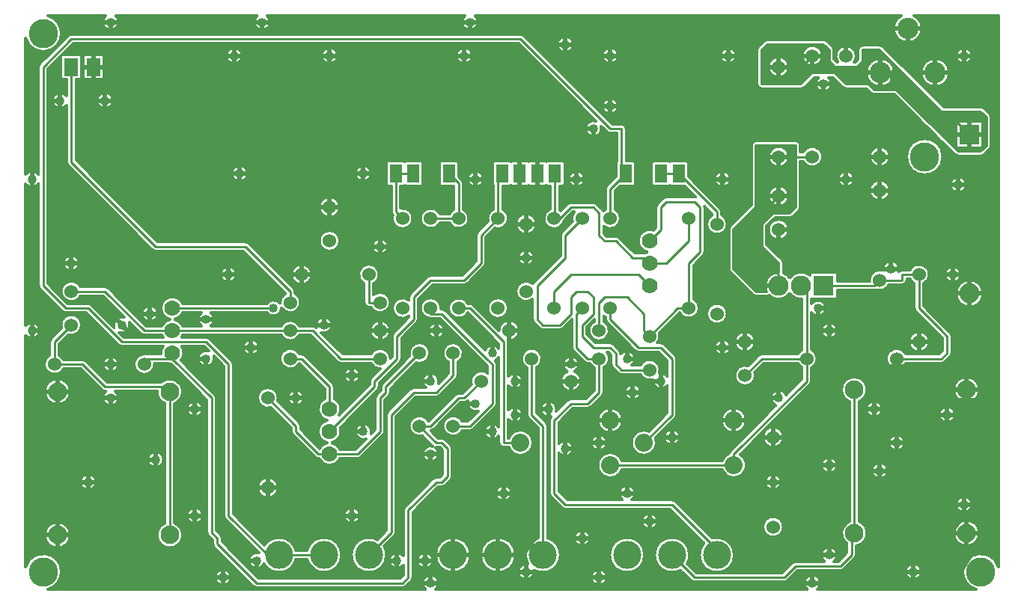
<source format=gbr>
G04 EasyPC Gerber Version 20.0.2 Build 4112 *
G04 #@! TF.Part,Single*
G04 #@! TF.FileFunction,Copper,L1,Top *
%FSLAX35Y35*%
%MOIN*%
G04 #@! TA.AperFunction,ComponentPad*
%ADD12R,0.05512X0.07874*%
%AMT12*0 Rounded Rectangle Pad at angle 0*4,1,8,-0.02756,-0.03937,0.02756,-0.03937,0.02756,-0.03937,0.02756,0.03937,0.02756,0.03937,-0.02756,0.03937,-0.02756,0.03937,-0.02756,-0.03937,-0.02756,-0.03937,0*%
%ADD12T12*%
%ADD80R,0.06000X0.08000*%
%ADD19R,0.08858X0.08858*%
%ADD14R,0.09000X0.09000*%
G04 #@! TD.AperFunction*
%ADD11C,0.01000*%
%ADD10C,0.01200*%
%ADD83C,0.02000*%
G04 #@! TA.AperFunction,ViaPad*
%ADD71C,0.04000*%
G04 #@! TA.AperFunction,ComponentPad*
%ADD13C,0.06000*%
%ADD79C,0.07000*%
%ADD135C,0.08000*%
%ADD18C,0.08268*%
%ADD70C,0.08858*%
%ADD15C,0.09000*%
%ADD16C,0.09449*%
%ADD17C,0.12500*%
G04 #@! TA.AperFunction,WasherPad*
%ADD139C,0.13000*%
X0Y0D02*
D02*
D10*
X52700Y276880D02*
Y181120D01*
X61470Y172350*
X70598*
G75*
G02X72085Y171735I3J-2100*
G01*
X82173Y161646*
G75*
G02X86704Y166177I3427J1104*
G01*
X77230Y175650*
X67193*
G75*
G02X58500Y177750I-4093J2100*
G01*
G75*
G02X67193Y179850I4600*
G01*
X78098*
G75*
G02X79585Y179235I3J-2100*
G01*
X96470Y162350*
X103452*
G75*
G02X107095Y165250I4648J-2100*
G01*
G75*
G02X103000Y170250I1005J5000*
G01*
G75*
G02X112748Y172350I5100*
G01*
X150176*
G75*
G02X156017Y172360I2924J-2100*
G01*
G75*
G02X156000Y172750I4586J390*
G01*
G75*
G02X158500Y176843I4600*
G01*
Y176880*
X139730Y195650*
X100602*
G75*
G02X99115Y196265I-3J2100*
G01*
X61615Y233765*
G75*
G02X61000Y235250I1485J1485*
G01*
Y260617*
G75*
G02X54500Y262750I-2900J2133*
G01*
G75*
G02X61000Y264883I3600*
G01*
Y272152*
X58502*
Y282682*
X52700Y276880*
X129500Y185250D02*
G75*
G02X136700I3600D01*
G01*
G75*
G02X129500I-3600*
G01*
X94500Y167750D02*
G75*
G02X101700I3600D01*
G01*
G75*
G02X94500I-3600*
G01*
X59500Y190250D02*
G75*
G02X66700I3600D01*
G01*
G75*
G02X59500I-3600*
G01*
X82035Y162246D02*
G36*
G75*
G02X82000Y162750I3564J504D01*
G01*
G75*
G02X86704Y166177I3600*
G01*
X85130Y167750*
X76070*
X81573Y162246*
X82035*
G37*
X103655Y167750D02*
G36*
X101700D01*
G75*
G02X94500I-3600*
G01*
X91070*
X96470Y162350*
X103452*
G75*
G02X107095Y165250I4648J-2100*
G01*
G75*
G02X103655Y167750I1005J5000*
G01*
G37*
X150130Y185250D02*
G36*
X136700D01*
G75*
G02X129500I-3600*
G01*
X53300*
Y180520*
X61470Y172350*
X70598*
G75*
G02X72085Y171735I2J-2101*
G01*
X76070Y167750*
X85130*
X77230Y175650*
X67193*
G75*
G02X58500Y177750I-4093J2100*
G01*
G75*
G02X67193Y179850I4600*
G01*
X78098*
G75*
G02X79585Y179235I2J-2101*
G01*
X91070Y167750*
X94500*
G75*
G02X101700I3600*
G01*
X103655*
G75*
G02X103000Y170250I4445J2500*
G01*
Y170250*
G75*
G02X112748Y172350I5100J0*
G01*
X150176*
G75*
G02X156017Y172360I2924J-2100*
G01*
G75*
G02X156000Y172750I4822J400*
G01*
G75*
G02X157900Y176474I4600J0*
G01*
Y177480*
X150130Y185250*
G37*
G36*
X145130Y190250*
X66700*
G75*
G02X59500I-3600*
G01*
X53300*
Y185250*
X129500*
G75*
G02X136700I3600*
G01*
X150130*
G37*
X145130Y190250D02*
G36*
X139730Y195650D01*
X100602*
G75*
G02X99115Y196265I-2J2101*
G01*
X61615Y233765*
G75*
G02X61000Y235250I1487J1485*
G01*
Y260617*
G75*
G02X54500Y262750I-2900J2133*
G01*
G75*
G02X61000Y264883I3600*
G01*
Y272152*
X58502*
Y282082*
X57902*
X53300Y277480*
Y190250*
X59500*
G75*
G02X66700I3600*
G01*
X145130*
G37*
X94115Y158765D02*
X89027Y163854D01*
G75*
G02X84496Y159323I-3427J-1104*
G01*
X86470Y157350*
X103905*
G75*
G02X103452Y158150I4196J2900*
G01*
X95602*
G75*
G02X94115Y158765I-3J2100*
G01*
G36*
X89027Y163854*
G75*
G02X84496Y159323I-3427J-1104*
G01*
X86470Y157350*
X103905*
G75*
G02X103452Y158150I4196J2900*
G01*
X95602*
G75*
G02X94115Y158765I-3J2100*
G01*
G37*
X112748Y168150D02*
G75*
G02X109105Y165250I-4648J2100D01*
G01*
G75*
G02X112748Y162350I-1005J-5000*
G01*
X120967*
G75*
G02Y168150I2133J2900*
G01*
X112748*
G36*
G75*
G02X109105Y165250I-4648J2100*
G01*
G75*
G02X112748Y162350I-1005J-5000*
G01*
X120967*
G75*
G02Y168150I2133J2900*
G01*
X112748*
G37*
X300200Y166679D02*
Y164343D01*
G75*
G02X298100Y155650I-2100J-4093*
G01*
G75*
G02X296000Y164343J4600*
G01*
Y165180*
X292700Y161880*
Y158620*
X296470Y154850*
X303098*
G75*
G02X304585Y154235I3J-2100*
G01*
X307085Y151735*
G75*
G02X307700Y150250I-1485J-1485*
G01*
Y149883*
G75*
G02X314200Y147750I2900J-2133*
G01*
G75*
G02X312733Y144850I-3600*
G01*
X316507*
G75*
G02X324963Y141293I4093J-2100*
G01*
G75*
G02X328500Y139883I637J-3543*
G01*
Y146880*
X324730Y150650*
X315602*
G75*
G02X314115Y151265I-3J2100*
G01*
X301615Y163765*
G75*
G02X301000Y165250I1485J1485*
G01*
Y166157*
G75*
G02X300200Y166679I2098J4093*
G01*
G36*
Y164343*
G75*
G02X298100Y155650I-2100J-4093*
G01*
G75*
G02X296000Y164343J4600*
G01*
Y165180*
X292700Y161880*
Y158620*
X296470Y154850*
X303098*
G75*
G02X304585Y154235I3J-2100*
G01*
X307085Y151735*
G75*
G02X307700Y150250I-1485J-1485*
G01*
Y149883*
G75*
G02X314200Y147750I2900J-2133*
G01*
G75*
G02X312733Y144850I-3600*
G01*
X316507*
G75*
G02X324963Y141293I4093J-2100*
G01*
G75*
G02X328500Y139883I637J-3543*
G01*
Y146880*
X324730Y150650*
X315602*
G75*
G02X314115Y151265I-3J2100*
G01*
X301615Y163765*
G75*
G02X301000Y165250I1485J1485*
G01*
Y166157*
G75*
G02X300200Y166679I2098J4093*
G01*
G37*
X301615Y248765D02*
X299027Y251354D01*
G75*
G02X299200Y250250I-3427J-1104*
G01*
G75*
G02X292000I-3600*
G01*
G75*
G02X296704Y253677I3600*
G01*
X262230Y288150*
X63970*
X59168Y283348*
X67698*
Y272152*
X65200*
Y236120*
X101470Y199850*
X140598*
G75*
G02X142085Y199235I3J-2100*
G01*
X162085Y179235*
G75*
G02X162239Y179063I-1486J-1485*
G01*
G75*
G02X162700Y177750I-1639J-1312*
G01*
Y176843*
G75*
G02X160600Y168150I-2100J-4093*
G01*
G75*
G02X156700Y170311J4600*
G01*
G75*
G02X156700Y170250I-3591J-54*
G01*
G75*
G02X150176Y168150I-3600*
G01*
X125233*
G75*
G02Y162350I-2133J-2900*
G01*
X156507*
G75*
G02X164693I4093J-2100*
G01*
X170598*
G75*
G02X172085Y161735I3J-2100*
G01*
X172173Y161646*
G75*
G02X172000Y162750I3427J1104*
G01*
G75*
G02X179200I3600*
G01*
G75*
G02X174496Y159323I-3600*
G01*
X183970Y149850*
X196507*
G75*
G02X205200Y147819I4093J-2100*
G01*
X206000Y148620*
Y157750*
G75*
G02X206615Y159235I2100*
G01*
X213500Y166120*
Y166679*
G75*
G02X206000Y170250I-2900J3571*
G01*
G75*
G02X213500Y173821I4600*
G01*
Y175250*
G75*
G02X214115Y176735I2100*
G01*
X221615Y184235*
G75*
G02X223102Y184850I1485J-1485*
G01*
X237230*
X243500Y191120*
Y202750*
G75*
G02X244115Y204235I2100*
G01*
X248721Y208841*
G75*
G02X251000Y214343I4379J1409*
G01*
Y224850*
G75*
G02X250516Y225671I454J821*
G01*
Y234869*
G75*
G02X251454Y235807I938*
G01*
X258289*
G75*
G02X258809Y235650I0J-938*
G01*
G75*
G02X259328Y235807I519J-781*
G01*
X266163*
G75*
G02X266683Y235650I0J-938*
G01*
G75*
G02X267202Y235807I519J-781*
G01*
X274037*
G75*
G02X274557Y235650I0J-938*
G01*
G75*
G02X275076Y235807I519J-781*
G01*
X281911*
G75*
G02X282850Y234869J-938*
G01*
Y225671*
G75*
G02X281911Y224733I-938*
G01*
X280594*
Y214115*
G75*
G02X281109Y213729I-2493J-3867*
G01*
X284115Y216735*
G75*
G02X285602Y217350I1485J-1485*
G01*
X295598*
G75*
G02X297085Y216735I3J-2100*
G01*
X299585Y214235*
G75*
G02X299999Y213647I-1485J-1485*
G01*
G75*
G02X301000Y214343I3101J-3397*
G01*
Y223360*
G75*
G02X301511Y224733I2100J0*
G01*
G75*
G02X301615Y224845I1590J-1374*
G01*
X305634Y228864*
Y234849*
G75*
G02X306000Y235593I938*
G01*
Y248150*
X303102*
G75*
G02X301615Y248765I-3J2100*
G01*
X284500Y227750D02*
G75*
G02X291700I3600D01*
G01*
G75*
G02X284500I-3600*
G01*
X68502Y283348D02*
X77698D01*
Y272152*
X68502*
Y283348*
X74500Y262750D02*
G75*
G02X81700I3600D01*
G01*
G75*
G02X74500I-3600*
G01*
X132000Y282750D02*
G75*
G02X139200I3600D01*
G01*
G75*
G02X132000I-3600*
G01*
X134500Y230250D02*
G75*
G02X141700I3600D01*
G01*
G75*
G02X134500I-3600*
G01*
X165600Y189850D02*
G75*
G02X170200Y185250J-4600D01*
G01*
G75*
G02X165600Y180650I-4600*
G01*
G75*
G02X161000Y185250J4600*
G01*
G75*
G02X165600Y189850I4600*
G01*
X173500Y200250D02*
G75*
G02X182700I4600D01*
G01*
G75*
G02X173500I-4600*
G01*
Y215250D02*
G75*
G02X182700I4600D01*
G01*
G75*
G02X173500I-4600*
G01*
X174500Y282750D02*
G75*
G02X181700I3600D01*
G01*
G75*
G02X174500I-3600*
G01*
X189500Y230250D02*
G75*
G02X196700I3600D01*
G01*
G75*
G02X189500I-3600*
G01*
X197700Y176321D02*
G75*
G02X205200Y172750I2900J-3571D01*
G01*
G75*
G02X196507Y170650I-4600*
G01*
X195600*
G75*
G02X193500Y172750J2100*
G01*
Y181157*
G75*
G02X195600Y189850I2100J4093*
G01*
G75*
G02X197700Y181157J-4600*
G01*
Y176321*
X200600Y164850D02*
G75*
G02X205200Y160250J-4600D01*
G01*
G75*
G02X200600Y155650I-4600*
G01*
G75*
G02X196000Y160250J4600*
G01*
G75*
G02X200600Y164850I4600*
G01*
X197000Y197750D02*
G75*
G02X204200I3600D01*
G01*
G75*
G02X197000I-3600*
G01*
X218900Y235787D02*
G75*
G02X219838Y234849J-938D01*
G01*
Y225651*
G75*
G02X218900Y224713I-938*
G01*
X212064*
G75*
G02X211545Y224870I0J938*
G01*
G75*
G02X211026Y224713I-519J781*
G01*
X209708*
Y214763*
G75*
G02X215200Y210250I892J-4513*
G01*
G75*
G02X206000I-4600*
G01*
G75*
G02X206221Y211659I4600J0*
G01*
X206123Y211757*
G75*
G02X205508Y213242I1485J1485*
G01*
Y224713*
X204190*
G75*
G02X203252Y225651J938*
G01*
Y234849*
G75*
G02X204190Y235787I938*
G01*
X211026*
G75*
G02X211545Y235630I0J-938*
G01*
G75*
G02X212064Y235787I519J-781*
G01*
X218900*
X237700Y214343D02*
G75*
G02X240200Y210250I-2100J-4093D01*
G01*
G75*
G02X231507Y208150I-4600*
G01*
X227193*
G75*
G02X218500Y210250I-4093J2100*
G01*
G75*
G02X227193Y212350I4600*
G01*
X231507*
G75*
G02X233500Y214343I4093J-2100*
G01*
Y224733*
X227832*
G75*
G02X226894Y225671J938*
G01*
Y234869*
G75*
G02X227832Y235807I938*
G01*
X234667*
G75*
G02X235606Y234869J-938*
G01*
Y228883*
X237085Y227404*
G75*
G02X237700Y225919I-1485J-1485*
G01*
Y214343*
X234500Y282750D02*
G75*
G02X241700I3600D01*
G01*
G75*
G02X234500I-3600*
G01*
X239500Y227750D02*
G75*
G02X246700I3600D01*
G01*
G75*
G02X239500I-3600*
G01*
X207630Y160250D02*
G36*
X205200D01*
Y160250*
G75*
G02X200600Y155650I-4600*
G01*
G75*
G02X196000Y160250J4600*
G01*
Y160250*
X178191*
G75*
G02X174496Y159323I-2591J2500*
G01*
X183970Y149850*
X196507*
G75*
G02X205151Y148419I4093J-2100*
G01*
X205800*
X206000Y148620*
Y157750*
G75*
G02X206615Y159235I2102J0*
G01*
X207630Y160250*
G37*
X237630Y185250D02*
G36*
X200200D01*
G75*
G02X197700Y181157I-4600*
G01*
Y176321*
G75*
G02X205200Y172750I2900J-3570*
G01*
Y172750*
G75*
G02X196507Y170650I-4600*
G01*
X195600*
G75*
G02X193500Y172750J2100*
G01*
Y172750*
Y181157*
G75*
G02X191000Y185250I2100J4093*
G01*
X170200*
Y185250*
G75*
G02X165600Y180650I-4600*
G01*
G75*
G02X161000Y185250J4600*
G01*
Y185250*
X156070*
X162085Y179235*
G75*
G02X162239Y179063I-1545J-1538*
G01*
G75*
G02X162700Y177750I-1639J-1312*
G01*
Y177750*
Y176843*
G75*
G02X165200Y172750I-2100J-4093*
G01*
G75*
G02X160600Y168150I-4600*
G01*
G75*
G02X156700Y170311J4600*
G01*
G75*
G02X156700Y170265I-2397J-44*
G01*
G75*
G02Y170250I-2397J-7*
G01*
G75*
G02X150176Y168150I-3600*
G01*
X125233*
G75*
G02X126700Y165250I-2133J-2900*
G01*
G75*
G02X125233Y162350I-3600*
G01*
X156507*
G75*
G02X164693I4093J-2100*
G01*
X170598*
G75*
G02X172085Y161735I2J-2101*
G01*
X172173Y161646*
G75*
G02X172000Y162750I3437J1105*
G01*
G75*
G02X179200I3600*
G01*
G75*
G02X178191Y160250I-3600*
G01*
X196000*
Y160250*
G75*
G02X200600Y164850I4600*
G01*
G75*
G02X205200Y160250J-4600*
G01*
Y160250*
X207630*
X213500Y166120*
Y166679*
G75*
G02X206000Y170250I-2900J3570*
G01*
Y170250*
Y170250*
G75*
G02X213500Y173821I4600*
G01*
Y175250*
G75*
G02X214115Y176735I2102J0*
G01*
X221615Y184235*
G75*
G02X223102Y184850I1485J-1486*
G01*
X237230*
X237630Y185250*
G37*
X243500Y200250D02*
G36*
X203191D01*
G75*
G02X204200Y197750I-2591J-2500*
G01*
G75*
G02X197000I-3600*
G01*
G75*
G02X198009Y200250I3600J0*
G01*
X182700*
G75*
G02X173500I-4600*
G01*
X101070*
X101470Y199850*
X140598*
G75*
G02X142085Y199235I2J-2101*
G01*
X156070Y185250*
X161000*
Y185250*
G75*
G02X165600Y189850I4600*
G01*
G75*
G02X170200Y185250J-4600*
G01*
Y185250*
X191000*
G75*
G02X195600Y189850I4600*
G01*
G75*
G02X200200Y185250J-4600*
G01*
X237630*
X243500Y191120*
Y200250*
G37*
G36*
Y202750*
G75*
G02X244115Y204235I2102J0*
G01*
X248721Y208841*
G75*
G02X248500Y210250I4379J1408*
G01*
G75*
G02X251000Y214343I4600*
G01*
Y215250*
X237700*
Y214343*
G75*
G02X240200Y210250I-2099J-4092*
G01*
Y210250*
G75*
G02X231507Y208150I-4600*
G01*
X227193*
G75*
G02X218500Y210250I-4093J2100*
G01*
G75*
G02X227193Y212350I4600*
G01*
X231507*
G75*
G02X233500Y214343I4089J-2096*
G01*
Y215250*
X209708*
Y214763*
G75*
G02X215200Y210250I892J-4513*
G01*
G75*
G02X206000I-4600*
G01*
G75*
G02Y210252I5307J1*
G01*
G75*
G02X206221Y211659I4588*
G01*
X206123Y211757*
G75*
G02X205508Y213242I1487J1485*
G01*
Y215250*
X182700*
G75*
G02X173500I-4600*
G01*
X86070*
X101070Y200250*
X173500*
G75*
G02X182700I4600*
G01*
X198009*
G75*
G02X203191I2591J-2500*
G01*
X243500*
G37*
X282630Y215250D02*
G36*
X280594D01*
Y214115*
G75*
G02X281109Y213729I-2541J-3931*
G01*
X282630Y215250*
G37*
X301000D02*
G36*
X298570D01*
X299585Y214235*
G75*
G02X299999Y213647I-1480J-1481*
G01*
G75*
G02X301000Y214343I3097J-3391*
G01*
Y215250*
G37*
X250516Y227750D02*
G36*
X246700D01*
G75*
G02X239500I-3600*
G01*
X236739*
X237085Y227404*
G75*
G02X237700Y225919I-1487J-1485*
G01*
Y215250*
X251000*
Y224850*
G75*
G02X250516Y225670I453J820*
G01*
G75*
G02Y225671I1187J0*
G01*
Y227750*
G37*
X203252D02*
G36*
X195691D01*
G75*
G02X190509I-2591J2500*
G01*
X140691*
G75*
G02X135509I-2591J2500*
G01*
X73570*
X86070Y215250*
X173500*
G75*
G02X182700I4600*
G01*
X205508*
Y224713*
X204190*
G75*
G02X203252Y225651J938*
G01*
Y227750*
G37*
X233500Y215250D02*
G36*
Y224733D01*
X227832*
G75*
G02X226894Y225671J938*
G01*
Y227750*
X219838*
Y225651*
G75*
G02X218900Y224713I-938*
G01*
X212064*
G75*
G02X211545Y224870I1J941*
G01*
G75*
G02X211026Y224713I-520J785*
G01*
X209708*
Y215250*
X233500*
G37*
X304520Y227750D02*
G36*
X291700D01*
G75*
G02X284500I-3600*
G01*
X282850*
Y225671*
G75*
G02X281911Y224733I-938*
G01*
X280594*
Y215250*
X282630*
X284115Y216735*
G75*
G02X285602Y217350I1485J-1486*
G01*
X295598*
G75*
G02X297085Y216735I2J-2101*
G01*
X298570Y215250*
X301000*
Y223360*
G75*
G02X301511Y224733I2103J-1*
G01*
G75*
G02X301615Y224845I1596J-1380*
G01*
X304520Y227750*
G37*
X282850D02*
G36*
X284500D01*
G75*
G02X291700I3600*
G01*
X304520*
X305400Y228630*
Y248150*
X303102*
G75*
G02X301615Y248765I-2J2101*
G01*
X299027Y251354*
G75*
G02X299200Y250250I-3437J-1105*
G01*
G75*
G02X292000I-3600*
G01*
G75*
G02X296704Y253677I3600*
G01*
X287630Y262750*
X81700*
G75*
G02X74500I-3600*
G01*
X65200*
Y236120*
X73570Y227750*
X135509*
G75*
G02X134500Y230250I2591J2500*
G01*
G75*
G02X141700I3600*
G01*
G75*
G02X140691Y227750I-3600J0*
G01*
X190509*
G75*
G02X189500Y230250I2591J2500*
G01*
G75*
G02X196700I3600*
G01*
G75*
G02X195691Y227750I-3600J0*
G01*
X203252*
Y234849*
G75*
G02X204190Y235787I938*
G01*
X211026*
G75*
G02X211545Y235630I-1J-941*
G01*
G75*
G02X212064Y235787I520J-785*
G01*
X218900*
G75*
G02X219838Y234849J-938*
G01*
Y227750*
X226894*
Y234869*
G75*
G02X227832Y235807I938*
G01*
X234667*
G75*
G02X235606Y234869J-938*
G01*
Y228883*
X236739Y227750*
X239500*
G75*
G02X246700I3600*
G01*
X250516*
Y234869*
G75*
G02X251454Y235807I938*
G01*
X258289*
G75*
G02X258809Y235650I-1J-941*
G01*
G75*
G02X259328Y235807I520J-785*
G01*
X266163*
G75*
G02X266683Y235650I-1J-941*
G01*
G75*
G02X267202Y235807I520J-785*
G01*
X274037*
G75*
G02X274557Y235650I-1J-941*
G01*
G75*
G02X275076Y235807I520J-785*
G01*
X281911*
G75*
G02X282850Y234869J-938*
G01*
Y227750*
G37*
X272630Y277750D02*
G36*
X77698D01*
Y272152*
X68502*
Y277750*
X67698*
Y272152*
X65200*
Y262750*
X74500*
G75*
G02X81700I3600*
G01*
X287630*
X272630Y277750*
G37*
X267630Y282750D02*
G36*
X241700D01*
G75*
G02X234500I-3600*
G01*
X181700*
G75*
G02X174500I-3600*
G01*
X139200*
G75*
G02X132000I-3600*
G01*
X77698*
Y277750*
X272630*
X267630Y282750*
G37*
X68502D02*
G36*
X67698D01*
Y277750*
X68502*
Y282750*
G37*
X262830Y287550D02*
G36*
X63370D01*
X59768Y283948*
Y283348*
X67698*
Y282750*
X68502*
Y283348*
X77698*
Y282750*
X132000*
G75*
G02X139200I3600*
G01*
X174500*
G75*
G02X181700I3600*
G01*
X234500*
G75*
G02X241700I3600*
G01*
X267630*
X262830Y287550*
G37*
X358100Y205250D02*
Y187750D01*
X368100Y177750*
X372536*
G75*
G02X378100Y186350I5564J2500*
G01*
Y190250*
X370600Y197750*
Y207750*
X375600Y212750*
X383100*
X385600Y215250*
Y242750*
X368100*
Y215250*
X358100Y205250*
X373500Y220250D02*
G75*
G02X382700I4600D01*
G01*
G75*
G02X373500I-4600*
G01*
Y237750D02*
G75*
G02X382700I4600D01*
G01*
G75*
G02X373500I-4600*
G01*
X385000Y214650D02*
G36*
Y220250D01*
X382700*
G75*
G02X373500I-4600*
G01*
X368100*
Y215250*
X358700Y205850*
Y187150*
X367500Y178350*
X372304*
G75*
G02X372000Y180250I5797J1900*
G01*
G75*
G02X378100Y186350I6100*
G01*
Y190250*
X370600Y197750*
Y207750*
X375600Y212750*
X383100*
X385000Y214650*
G37*
X368100Y237750D02*
G36*
Y220250D01*
X373500*
G75*
G02X382700I4600*
G01*
X385000*
Y237750*
X382700*
G75*
G02X373500I-4600*
G01*
X368100*
G37*
X373500D02*
G36*
G75*
G02X376758Y242150I4600D01*
G01*
X368100*
Y237750*
X373500*
G37*
X382700D02*
G36*
X385000D01*
Y242150*
X379442*
G75*
G02X382700Y237750I-1342J-4400*
G01*
G37*
X470600Y255250D02*
X468100Y257750D01*
X450600*
X423100Y285250*
X415600*
Y280250*
X413100Y277750*
X403100*
X400600Y280250*
Y285250*
X398100Y287750*
X373100*
X370600Y285250*
Y270250*
X388100*
X393100Y275250*
X403100*
X408100Y270250*
X418100*
X420600Y267750*
X430600*
X458100Y240250*
X468100*
X470600Y242750*
Y255250*
X457072Y253656D02*
X469128D01*
Y241596*
X457072*
Y253656*
X417051Y275250D02*
G75*
G02X429700I6324D01*
G01*
G75*
G02X417051I-6324*
G01*
X373500Y277750D02*
G75*
G02X382700I4600D01*
G01*
G75*
G02X373500I-4600*
G01*
X393100Y287350D02*
G75*
G02X397700Y282750J-4600D01*
G01*
G75*
G02X393100Y278150I-4600*
G01*
G75*
G02X388500Y282750J4600*
G01*
G75*
G02X393100Y287350I4600*
G01*
X470000Y242150D02*
G36*
Y247626D01*
X469128*
Y241596*
X457072*
Y247626*
X450724*
X457500Y240850*
X468700*
X470000Y242150*
G37*
X403100Y275250D02*
G36*
X408100Y270250D01*
X418100*
X420600Y267750*
X430600*
X450724Y247626*
X457072*
Y253656*
X469128*
Y247626*
X470000*
Y255850*
X468100Y257750*
X450600*
X433100Y275250*
X429700*
G75*
G02X417051I-6324*
G01*
X403100*
G37*
X393100D02*
G36*
X381961D01*
G75*
G02X374239I-3861J2500*
G01*
X371200*
Y270250*
X388100*
X393100Y275250*
G37*
X425600Y282750D02*
G36*
X415600D01*
Y280250*
X413100Y277750*
X403100*
X400600Y280250*
Y282750*
X397700*
Y282750*
G75*
G02X393100Y278150I-4600*
G01*
G75*
G02X388500Y282750J4600*
G01*
Y282750*
X371200*
Y275250*
X374239*
G75*
G02X373500Y277750I3861J2500*
G01*
G75*
G02X382700I4600*
G01*
G75*
G02X381961Y275250I-4600*
G01*
X393100*
X403100*
X417051*
G75*
G02X429700I6324*
G01*
X433100*
X425600Y282750*
G37*
X388500D02*
G36*
Y282750D01*
G75*
G02X391758Y287150I4600*
G01*
X372500*
X371200Y285850*
Y282750*
X388500*
G37*
X398700Y287150D02*
G36*
X394442D01*
G75*
G02X397700Y282750I-1341J-4400*
G01*
Y282750*
X400600*
Y285250*
X398700Y287150*
G37*
X425600Y282750D02*
G36*
X423100Y285250D01*
X415600*
Y282750*
X425600*
G37*
X475900Y54934D02*
Y300550D01*
X438491*
G75*
G02X435580Y288611I-2910J-5615*
G01*
G75*
G02X432670Y300550J6324*
G01*
X242863*
G75*
G02X244200Y297750I-2263J-2800*
G01*
G75*
G02X237000I-3600*
G01*
G75*
G02X238337Y300550I3600*
G01*
X150363*
G75*
G02X151700Y297750I-2263J-2800*
G01*
G75*
G02X144500I-3600*
G01*
G75*
G02X145837Y300550I3600*
G01*
X82863*
G75*
G02X84200Y297750I-2263J-2800*
G01*
G75*
G02X77000I-3600*
G01*
G75*
G02X78337Y300550I3600*
G01*
X52784*
G75*
G02X58700Y292750I-2184J-7800*
G01*
G75*
G02X42800Y290566I-8100*
G01*
Y230013*
G75*
G02X48500Y229883I2800J-2263*
G01*
Y277750*
G75*
G02X49115Y279235I2100*
G01*
X61615Y291735*
G75*
G02X63102Y292350I1485J-1485*
G01*
X263098*
G75*
G02X264585Y291735I3J-2100*
G01*
X303970Y252350*
X308100*
G75*
G02X310200Y250250J-2100*
G01*
Y235787*
X313407*
G75*
G02X314346Y234849J-938*
G01*
Y225651*
G75*
G02X313407Y224713I-938*
G01*
X307422*
X305200Y222491*
Y214343*
G75*
G02X307700Y210250I-2100J-4093*
G01*
G75*
G02X300200Y206679I-4600*
G01*
Y203620*
X301470Y202350*
X305598*
G75*
G02X307085Y201735I3J-2100*
G01*
X313970Y194850*
X318098*
G75*
G02X318363Y194833I3J-2100*
G01*
G75*
G02X319595Y195250I2236J-4583*
G01*
G75*
G02X315500Y200250I1005J5000*
G01*
G75*
G02X322402Y205021I5100*
G01*
X323500Y206120*
Y215250*
G75*
G02X324115Y216735I2100*
G01*
X326615Y219235*
G75*
G02X328102Y219850I1485J-1485*
G01*
X340598*
G75*
G02X341103Y219789I3J-2100*
G01*
X336179Y224713*
X330194*
G75*
G02X329675Y224870I0J938*
G01*
G75*
G02X329156Y224713I-519J781*
G01*
X322320*
G75*
G02X321382Y225651J938*
G01*
Y234849*
G75*
G02X322320Y235787I938*
G01*
X329156*
G75*
G02X329675Y235630I0J-938*
G01*
G75*
G02X330194Y235787I519J-781*
G01*
X337030*
G75*
G02X337968Y234849J-938*
G01*
Y228864*
X352085Y214747*
G75*
G02X352700Y213262I-1485J-1485*
G01*
Y211843*
G75*
G02X355200Y207750I-2100J-4093*
G01*
G75*
G02X346000I-4600*
G01*
G75*
G02X348500Y211843I4600*
G01*
Y212392*
X345139Y215753*
G75*
G02X345200Y215250I-2039J-503*
G01*
Y195250*
G75*
G02X344585Y193765I-2100*
G01*
X340200Y189380*
Y174343*
G75*
G02X342700Y170250I-2100J-4093*
G01*
G75*
G02X334007Y168150I-4600*
G01*
X333970*
X324979Y159159*
G75*
G02X324171Y154850I-4379J-1409*
G01*
X325598*
G75*
G02X327085Y154235I3J-2100*
G01*
X332085Y149235*
G75*
G02X332700Y147750I-1485J-1485*
G01*
Y122750*
G75*
G02X332085Y121265I-2100*
G01*
X323256Y112436*
G75*
G02X318100Y104650I-5156J-2186*
G01*
G75*
G02Y115850J5600*
G01*
G75*
G02X320286Y115406I0J-5600*
G01*
X328500Y123620*
Y135617*
G75*
G02X322057Y138387I-2900J2133*
G01*
G75*
G02X316507Y140650I-1457J4363*
G01*
X308102*
G75*
G02X306615Y141265I-3J2100*
G01*
X304115Y143765*
G75*
G02X303500Y145250I1485J1485*
G01*
Y149380*
X302230Y150650*
X301671*
G75*
G02X300200Y143657I-3571J-2900*
G01*
Y132750*
G75*
G02X299585Y131265I-2100*
G01*
X294585Y126265*
G75*
G02X293098Y125650I-1485J1485*
G01*
X286470*
X280200Y119380*
Y109883*
G75*
G02X286700Y107750I2900J-2133*
G01*
G75*
G02X280200Y105617I-3600*
G01*
Y88620*
X283970Y84850*
X308467*
G75*
G02X307000Y87750I2133J2900*
G01*
G75*
G02X314200I3600*
G01*
G75*
G02X312733Y84850I-3600*
G01*
X330598*
G75*
G02X332085Y84235I3J-2100*
G01*
X348505Y67815*
G75*
G02X358450Y60250I2095J-7565*
G01*
G75*
G02X342750I-7850*
G01*
G75*
G02X344819Y65561I7850*
G01*
X329730Y80650*
X283102*
G75*
G02X281615Y81265I-3J2100*
G01*
X276615Y86265*
G75*
G02X276000Y87750I1485J1485*
G01*
Y120250*
G75*
G02X276615Y121735I2100*
G01*
X276704Y121823*
G75*
G02X272000Y125250I-1104J3427*
G01*
G75*
G02X279200I3600*
G01*
G75*
G02X279027Y124146I-3600*
G01*
X284115Y129235*
G75*
G02X285602Y129850I1485J-1485*
G01*
X292230*
X296000Y133620*
Y143657*
G75*
G02X294007Y145650I2100J4093*
G01*
X293102*
G75*
G02X291615Y146265I-3J2100*
G01*
X286615Y151265*
G75*
G02X286000Y152750I1485J1485*
G01*
Y165180*
X282085Y161265*
G75*
G02X280598Y160650I-1485J1485*
G01*
X273102*
G75*
G02X271615Y161265I-3J2100*
G01*
X269115Y163765*
G75*
G02X268500Y165250I1485J1485*
G01*
Y174179*
G75*
G02X261000Y177750I-2900J3571*
G01*
G75*
G02X268701Y181147I4600*
G01*
G75*
G02X269115Y181735I1899J-897*
G01*
X281000Y193620*
Y202750*
G75*
G02X281615Y204235I2100*
G01*
X286221Y208841*
G75*
G02X287029Y213150I4379J1409*
G01*
X286470*
X282596Y209276*
G75*
G02X273500Y210250I-4496J974*
G01*
G75*
G02X276394Y214522I4600*
G01*
Y224733*
X275076*
G75*
G02X274557Y224889I0J938*
G01*
G75*
G02X274037Y224733I-519J781*
G01*
X267202*
G75*
G02X266683Y224889I0J938*
G01*
G75*
G02X266163Y224733I-519J781*
G01*
X259328*
G75*
G02X258809Y224889I0J938*
G01*
G75*
G02X258289Y224733I-519J781*
G01*
X255200*
Y214343*
G75*
G02X251691Y205871I-2100J-4093*
G01*
X247700Y201880*
Y190250*
G75*
G02X247085Y188765I-2100*
G01*
X239585Y181265*
G75*
G02X238098Y180650I-1485J1485*
G01*
X223970*
X217700Y174380*
Y165250*
G75*
G02X217085Y163765I-2100*
G01*
X210200Y156880*
Y147750*
G75*
G02X209585Y146265I-2100*
G01*
X200200Y136880*
Y135250*
G75*
G02X199585Y133765I-2100*
G01*
X182871Y117052*
G75*
G02X179105Y110250I-4771J-1802*
G01*
G75*
G02X182748Y107350I-1005J-5000*
G01*
X189730*
X194204Y111823*
G75*
G02X189500Y115250I-1104J3427*
G01*
G75*
G02X196700I3600*
G01*
G75*
G02X196527Y114146I-3600*
G01*
X198500Y116120*
Y130250*
G75*
G02X199115Y131735I2100*
G01*
X201000Y133620*
Y135250*
G75*
G02X201615Y136735I2100*
G01*
X213721Y148841*
G75*
G02X218100Y154850I4379J1409*
G01*
G75*
G02Y145650J-4600*
G01*
G75*
G02X216691Y145871I0J4600*
G01*
X205200Y134380*
Y132750*
G75*
G02X204585Y131265I-2100*
G01*
X202700Y129380*
Y115250*
G75*
G02X202189Y113877I-2100J0*
G01*
G75*
G02X202085Y113765I-1590J1374*
G01*
X192085Y103765*
G75*
G02X190598Y103150I-1485J1485*
G01*
X182748*
G75*
G02X173452I-4648J2100*
G01*
X173102*
G75*
G02X171615Y103765I-3J2100*
G01*
X161615Y113765*
G75*
G02X161000Y115250I1485J1485*
G01*
Y116880*
X152009Y125871*
G75*
G02X146000Y130250I-1409J4379*
G01*
G75*
G02X155200I4600*
G01*
G75*
G02X154979Y128841I-4600J0*
G01*
X164585Y119235*
G75*
G02X165200Y117750I-1485J-1485*
G01*
Y116120*
X173624Y107695*
G75*
G02X177095Y110250I4476J-2445*
G01*
G75*
G02Y120250I1005J5000*
G01*
G75*
G02X176000Y129898I1005J5000*
G01*
Y134380*
X164730Y145650*
X164693*
G75*
G02X156000Y147750I-4093J2100*
G01*
G75*
G02X164693Y149850I4600*
G01*
X165598*
G75*
G02X167085Y149235I3J-2100*
G01*
X179585Y136735*
G75*
G02X180200Y135250I-1485J-1485*
G01*
Y129898*
G75*
G02X182421Y122541I-2100J-4648*
G01*
X196000Y136120*
Y137750*
G75*
G02X196615Y139235I2100*
G01*
X200531Y143150*
G75*
G02X196507Y145650I70J4600*
G01*
X183102*
G75*
G02X181615Y146265I-3J2100*
G01*
X169730Y158150*
X164693*
G75*
G02X156507I-4093J2100*
G01*
X112748*
G75*
G02X112295Y157350I-4648J2100*
G01*
X123098*
G75*
G02X124585Y156735I3J-2100*
G01*
X134585Y146735*
G75*
G02X135200Y145250I-1485J-1485*
G01*
Y78620*
X149128Y64692*
G75*
G02X163164Y62350I6472J-4442*
G01*
X168036*
G75*
G02X183450Y60250I7564J-2100*
G01*
G75*
G02X168036Y58150I-7850*
G01*
X163164*
G75*
G02X148861Y56224I-7564J2100*
G01*
G75*
G02X142000Y57750I-3261J1526*
G01*
G75*
G02X146704Y61177I3600*
G01*
X131615Y76265*
G75*
G02X131000Y77750I1485J1485*
G01*
Y144380*
X126527Y148854*
G75*
G02X126700Y147750I-3427J-1104*
G01*
G75*
G02X119500I-3600*
G01*
G75*
G02X124204Y151177I3600*
G01*
X122230Y153150*
X112295*
G75*
G02X111946Y146901I-4195J-2900*
G01*
X127097Y131751*
G75*
G02X127720Y130250I-1497J-1501*
G01*
Y71128*
X129597Y69251*
G75*
G02X130220Y67750I-1497J-1501*
G01*
Y66128*
X146478Y49870*
X209722*
X210980Y51128*
Y55591*
G75*
G02X204500Y57750I-2880J2159*
G01*
G75*
G02X210980Y59909I3600*
G01*
Y80250*
G75*
G02X211603Y81751I2120*
G01*
X224099Y94247*
G75*
G02X225600Y94870I1501J-1497*
G01*
X227222*
X228480Y96128*
Y106872*
X227222Y108130*
X225600*
G75*
G02X225211Y108167I1J2120*
G01*
G75*
G02X226700Y105250I-2111J-2917*
G01*
G75*
G02X219500I-3600*
G01*
G75*
G02X224167Y108688I3600*
G01*
G75*
G02X224099Y108753I1439J1568*
G01*
X219488Y113365*
G75*
G02X213500Y117750I-1388J4385*
G01*
G75*
G02X222193Y119850I4600*
G01*
X222230*
X234115Y131735*
G75*
G02X235602Y132350I1485J-1485*
G01*
X237230*
X241221Y136341*
G75*
G02X248500Y141321I4379J1409*
G01*
Y144380*
X246615Y146265*
X227230Y165650*
X223100*
G75*
G02X218500Y170250J4600*
G01*
G75*
G02X227700I4600*
G01*
G75*
G02X227683Y169850I-4600J-1*
G01*
X228098*
G75*
G02X229585Y169235I3J-2100*
G01*
X247250Y151569*
G75*
G02X253500Y152383I3350J-1319*
G01*
Y154380*
X239730Y168150*
X239693*
G75*
G02X231000Y170250I-4093J2100*
G01*
G75*
G02X239693Y172350I4600*
G01*
X240598*
G75*
G02X242085Y171735I3J-2100*
G01*
X253500Y160319*
G75*
G02X262700Y160250I4600J-69*
G01*
G75*
G02X258100Y155650I-4600*
G01*
G75*
G02X257657Y155671I-1J4598*
G01*
G75*
G02X257700Y155250I-2057J-420*
G01*
Y139883*
G75*
G02X264200Y137750I2900J-2133*
G01*
G75*
G02X257700Y135617I-3600*
G01*
Y124883*
G75*
G02X264200Y122750I2900J-2133*
G01*
G75*
G02X257700Y120617I-3600*
G01*
Y112350*
X257909*
G75*
G02X268700Y110250I5191J-2100*
G01*
G75*
G02X257909Y108150I-5600*
G01*
X255600*
G75*
G02X253500Y110250J2100*
G01*
Y113117*
G75*
G02X247000Y115250I-2900J2133*
G01*
G75*
G02X253500Y117383I3600*
G01*
Y148117*
G75*
G02X251919Y146900I-2900J2133*
G01*
X252085Y146735*
G75*
G02X252700Y145250I-1485J-1485*
G01*
Y127750*
G75*
G02X252085Y126265I-2100*
G01*
X242085Y116265*
G75*
G02X240598Y115650I-1485J1485*
G01*
X237193*
G75*
G02X228500Y117750I-4093J2100*
G01*
G75*
G02X237193Y119850I4600*
G01*
X239730*
X244204Y124323*
G75*
G02X239673Y128854I-1104J3427*
G01*
X239585Y128765*
G75*
G02X238098Y128150I-1485J1485*
G01*
X236470*
X224585Y116265*
G75*
G02X223196Y115652I-1485J1485*
G01*
X226478Y112370*
X228100*
G75*
G02X229601Y111747J-2120*
G01*
X232097Y109251*
G75*
G02X232720Y107750I-1497J-1501*
G01*
Y95250*
G75*
G02X232097Y93749I-2120*
G01*
X229601Y91253*
G75*
G02X228100Y90630I-1501J1497*
G01*
X226478*
X215220Y79372*
Y50250*
G75*
G02X214597Y48749I-2120*
G01*
X212101Y46253*
G75*
G02X210600Y45630I-1501J1497*
G01*
X145600*
G75*
G02X144099Y46253J2120*
G01*
X126603Y63749*
G75*
G02X125980Y65250I1497J1501*
G01*
Y66872*
X124103Y68749*
G75*
G02X123480Y70250I1497J1501*
G01*
Y129372*
X107685Y145167*
G75*
G02X105898Y145650I415J5083*
G01*
X100183*
G75*
G02X100200Y145250I-4583J-399*
G01*
G75*
G02X95600Y140650I-4600*
G01*
G75*
G02X91000Y145250J4600*
G01*
G75*
G02X95600Y149850I4600*
G01*
X103016*
G75*
G02X103905Y153150I5084J400*
G01*
X85602*
G75*
G02X84115Y153765I-3J2100*
G01*
X69730Y168150*
X60602*
G75*
G02X59115Y168765I-3J2100*
G01*
X49115Y178765*
G75*
G02X48500Y180250I1485J1485*
G01*
Y225617*
G75*
G02X42800Y225487I-2900J2133*
G01*
Y162513*
G75*
G02X49200Y160250I2800J-2263*
G01*
G75*
G02X42800Y157987I-3600*
G01*
Y54934*
G75*
G02X58700Y52750I7800J-2184*
G01*
G75*
G02X52784Y44950I-8100*
G01*
X220837*
G75*
G02X219500Y47750I2263J2800*
G01*
G75*
G02X226700I3600*
G01*
G75*
G02X225363Y44950I-3600*
G01*
X390837*
G75*
G02X389500Y47750I2263J2800*
G01*
G75*
G02X396700I3600*
G01*
G75*
G02X395363Y44950I-3600*
G01*
X465916*
G75*
G02X460000Y52750I2184J7800*
G01*
G75*
G02X475900Y54934I8100*
G01*
X457000Y282750D02*
G75*
G02X464200I3600D01*
G01*
G75*
G02X457000I-3600*
G01*
X441461Y275250D02*
G75*
G02X454109I6324D01*
G01*
G75*
G02X441461I-6324*
G01*
X279500Y287750D02*
G75*
G02X286700I3600D01*
G01*
G75*
G02X279500I-3600*
G01*
X299500Y260250D02*
G75*
G02X306700I3600D01*
G01*
G75*
G02X299500I-3600*
G01*
Y282750D02*
G75*
G02X306700I3600D01*
G01*
G75*
G02X299500I-3600*
G01*
X349500Y227750D02*
G75*
G02X356700I3600D01*
G01*
G75*
G02X349500I-3600*
G01*
X454585Y159235D02*
G75*
G02X455200Y157750I-1485J-1485D01*
G01*
Y150250*
G75*
G02X454585Y148765I-2100*
G01*
X452085Y146265*
G75*
G02X450598Y145650I-1485J1485*
G01*
X434693*
G75*
G02X426000Y147750I-4093J2100*
G01*
G75*
G02X434693Y149850I4600*
G01*
X449730*
X451000Y151120*
Y156880*
X449115Y158765*
X439115Y168765*
G75*
G02X438500Y170250I1485J1485*
G01*
Y181157*
G75*
G02X436507Y183150I2100J4093*
G01*
X435200*
Y182750*
G75*
G02X433100Y180650I-2100*
G01*
X427193*
G75*
G02X421598Y178402I-4093J2100*
G01*
G75*
G02X420598Y178150I-998J1847*
G01*
X404198*
Y174152*
X392700*
Y172383*
G75*
G02X399200Y170250I2900J-2133*
G01*
G75*
G02X392700Y168117I-3600*
G01*
Y151843*
G75*
G02Y143657I-2100J-4093*
G01*
Y137750*
G75*
G02X392085Y136265I-2100*
G01*
X360912Y105093*
G75*
G02X358100Y94650I-2812J-4843*
G01*
G75*
G02X352909Y98150J5600*
G01*
X308291*
G75*
G02X297500Y100250I-5191J2100*
G01*
G75*
G02X308291Y102350I5600*
G01*
X352909*
G75*
G02X356009Y105445I5191J-2100*
G01*
G75*
G02X356615Y106735I2091J-195*
G01*
X376781Y126900*
G75*
G02X374500Y130250I1319J3350*
G01*
G75*
G02X381450Y131569I3600*
G01*
X388500Y138620*
Y143657*
G75*
G02X386507Y145650I2100J4093*
G01*
X371470*
X367479Y141659*
G75*
G02X367700Y140250I-4379J-1409*
G01*
G75*
G02X358500I-4600*
G01*
G75*
G02X364509Y144629I4600*
G01*
X369115Y149235*
G75*
G02X370602Y149850I1485J-1485*
G01*
X386507*
G75*
G02X388500Y151843I4093J-2100*
G01*
Y174163*
G75*
G02X388100Y174150I-398J6088*
G01*
G75*
G02X383100Y176756I0J6100*
G01*
G75*
G02X373785Y175939I-5000J3494*
G01*
G75*
G02X372518Y175550I-1248J1811*
G01*
X368100*
G75*
G02X366543Y176196J2200*
G01*
X356546Y186193*
G75*
G02X355900Y187750I1554J1557*
G01*
Y205250*
G75*
G02X356546Y206807I2200*
G01*
X365900Y216161*
Y242750*
G75*
G02X368100Y244950I2200*
G01*
X385600*
G75*
G02X387800Y242750J-2200*
G01*
Y239850*
X389007*
G75*
G02X397700Y237750I4093J-2100*
G01*
G75*
G02X389007Y235650I-4600*
G01*
X387800*
Y215250*
G75*
G02X387154Y213693I-2200*
G01*
X384657Y211196*
G75*
G02X383100Y210550I-1557J1554*
G01*
X376511*
X372800Y206839*
Y198661*
X379654Y191807*
G75*
G02X380300Y190250I-1554J-1557*
G01*
Y186366*
G75*
G02Y186351I-1980J-7*
G01*
G75*
G02Y186350I-1671J0*
G01*
G75*
G02X380264Y185953I-2200J-2*
G01*
G75*
G02X383100Y183744I-2164J-5703*
G01*
G75*
G02X392002Y184939I5000J-3494*
G01*
Y186348*
X404198*
Y182350*
X418517*
G75*
G02X418500Y182750I4583J399*
G01*
G75*
G02X424557Y187113I4600*
G01*
G75*
G02X424500Y187750I3543J636*
G01*
G75*
G02X431700I3600*
G01*
G75*
G02X431524Y186638I-3600J0*
G01*
G75*
G02X433100Y187350I1576J-1388*
G01*
X436507*
G75*
G02X445200Y185250I4093J-2100*
G01*
G75*
G02X442700Y181157I-4600*
G01*
Y171120*
X452085Y161735*
X454585Y159235*
X373500Y205250D02*
G75*
G02X382700I4600D01*
G01*
G75*
G02X373500I-4600*
G01*
X449500Y122750D02*
G75*
G02X456700I3600D01*
G01*
G75*
G02X449500I-3600*
G01*
X456028Y69974D02*
G75*
G02X467495I5734D01*
G01*
G75*
G02X456028I-5734*
G01*
X434500Y52750D02*
G75*
G02X441700I3600D01*
G01*
G75*
G02X434500I-3600*
G01*
X427000Y110250D02*
G75*
G02X434200I3600D01*
G01*
G75*
G02X427000I-3600*
G01*
X436000Y155250D02*
G75*
G02X445200I4600D01*
G01*
G75*
G02X436000I-4600*
G01*
X406028Y133872D02*
G75*
G02X417495I5734D01*
G01*
G75*
G02X413861Y128537I-5734*
G01*
Y75310*
G75*
G02X412700Y64318I-2100J-5335*
G01*
Y60250*
G75*
G02X412085Y58765I-2100*
G01*
X407085Y53765*
G75*
G02X405598Y53150I-1485J1485*
G01*
X386470*
X382085Y48765*
G75*
G02X380598Y48150I-1485J1485*
G01*
X340600*
G75*
G02X339115Y48765J2100*
G01*
X334463Y53417*
G75*
G02X322750Y60250I-3863J6833*
G01*
G75*
G02X338450I7850*
G01*
G75*
G02X337433Y56387I-7850*
G01*
X341470Y52350*
X379730*
X384115Y56735*
G75*
G02X385602Y57350I1485J-1485*
G01*
X398467*
G75*
G02X397000Y60250I2133J2900*
G01*
G75*
G02X404200I3600*
G01*
G75*
G02X402733Y57350I-3600*
G01*
X404730*
X408500Y61120*
Y65258*
G75*
G02X409661Y75310I3261J4716*
G01*
Y128537*
G75*
G02X406028Y133872I2100J5335*
G01*
X417000Y125250D02*
G75*
G02X424200I3600D01*
G01*
G75*
G02X417000I-3600*
G01*
X419500Y97750D02*
G75*
G02X426700I3600D01*
G01*
G75*
G02X419500I-3600*
G01*
X397000Y100250D02*
G75*
G02X404200I3600D01*
G01*
G75*
G02X397000I-3600*
G01*
Y160250D02*
G75*
G02X404200I3600D01*
G01*
G75*
G02X397000I-3600*
G01*
X371000Y72750D02*
G75*
G02X380200I4600D01*
G01*
G75*
G02X371000I-4600*
G01*
Y112750D02*
G75*
G02X380200I4600D01*
G01*
G75*
G02X371000I-4600*
G01*
X372000Y92750D02*
G75*
G02X379200I3600D01*
G01*
G75*
G02X372000I-3600*
G01*
X358500Y155250D02*
G75*
G02X367700I4600D01*
G01*
G75*
G02X358500I-4600*
G01*
X352000Y282750D02*
G75*
G02X359200I3600D01*
G01*
G75*
G02X352000I-3600*
G01*
X472154Y256807D02*
G75*
G02X472800Y255250I-1554J-1557D01*
G01*
Y242750*
G75*
G02X472154Y241193I-2200*
G01*
X469657Y238696*
G75*
G02X468100Y238050I-1557J1554*
G01*
X458100*
G75*
G02X456543Y238696J2200*
G01*
X449170Y246069*
G75*
G02X449169Y246070I1708J1368*
G01*
G75*
G02X449167Y246072I1366J1710*
G01*
X444348Y250891*
G75*
G02X443839Y251265I976J1860*
G01*
X429555Y265550*
X420600*
G75*
G02X419043Y266196J2200*
G01*
X417189Y268050*
X408100*
G75*
G02X406543Y268696J2200*
G01*
X402189Y273050*
X400363*
G75*
G02X401700Y270250I-2263J-2800*
G01*
G75*
G02X394500I-3600*
G01*
G75*
G02X395837Y273050I3600*
G01*
X394011*
X389657Y268696*
G75*
G02X388100Y268050I-1557J1554*
G01*
X370600*
G75*
G02X368400Y270250J2200*
G01*
Y285250*
G75*
G02X369046Y286807I2200*
G01*
X371543Y289304*
G75*
G02X373100Y289950I1557J-1554*
G01*
X398100*
G75*
G02X399657Y289304J-2200*
G01*
X402154Y286807*
G75*
G02X402800Y285250I-1554J-1557*
G01*
Y281161*
X404011Y279950*
X404450*
G75*
G02X408100Y287350I3650J2800*
G01*
G75*
G02X411750Y279950J-4600*
G01*
X412189*
X413400Y281161*
Y285250*
G75*
G02X415600Y287450I2200*
G01*
X423100*
G75*
G02X424657Y286804J-2200*
G01*
X427154Y284307*
G75*
G02X427156Y284306I-1708J-1368*
G01*
G75*
G02X427157Y284304I-1366J-1710*
G01*
X434654Y276807*
G75*
G02X434656Y276806I-1708J-1368*
G01*
G75*
G02X434657Y276804I-1366J-1710*
G01*
X451511Y259950*
X468100*
G75*
G02X469657Y259304J-2200*
G01*
X472154Y256807*
X452000Y185250D02*
G75*
G02X459200I3600D01*
G01*
G75*
G02X452000I-3600*
G01*
X456028Y133872D02*
G75*
G02X467495I5734D01*
G01*
G75*
G02X456028I-5734*
G01*
X457000Y82750D02*
G75*
G02X464200I3600D01*
G01*
G75*
G02X457000I-3600*
G01*
X457071Y176800D02*
G75*
G02X469129I6029D01*
G01*
G75*
G02X457071I-6029*
G01*
X454500Y225250D02*
G75*
G02X461700I3600D01*
G01*
G75*
G02X454500I-3600*
G01*
X435000Y237750D02*
G75*
G02X451200I8100D01*
G01*
G75*
G02X435000I-8100*
G01*
X423100Y242350D02*
G75*
G02X427700Y237750J-4600D01*
G01*
G75*
G02X423100Y233150I-4600*
G01*
G75*
G02X418500Y237750J4600*
G01*
G75*
G02X423100Y242350I4600*
G01*
X418500Y222750D02*
G75*
G02X427700I4600D01*
G01*
G75*
G02X418500I-4600*
G01*
X404500Y227750D02*
G75*
G02X411700I3600D01*
G01*
G75*
G02X404500I-3600*
G01*
X346000Y167750D02*
G75*
G02X355200I4600D01*
G01*
G75*
G02X346000I-4600*
G01*
X349500Y152750D02*
G75*
G02X356700I3600D01*
G01*
G75*
G02X349500I-3600*
G01*
X352500Y120250D02*
G75*
G02X363700I5600D01*
G01*
G75*
G02X352500I-5600*
G01*
X327000Y112750D02*
G75*
G02X334200I3600D01*
G01*
G75*
G02X327000I-3600*
G01*
X309500Y132750D02*
G75*
G02X316700I3600D01*
G01*
G75*
G02X309500I-3600*
G01*
X297500Y120250D02*
G75*
G02X308700I5600D01*
G01*
G75*
G02X297500I-5600*
G01*
X294500Y110250D02*
G75*
G02X301700I3600D01*
G01*
G75*
G02X294500I-3600*
G01*
X287000Y67750D02*
G75*
G02X294200I3600D01*
G01*
G75*
G02X287000I-3600*
G01*
X294500Y50250D02*
G75*
G02X301700I3600D01*
G01*
G75*
G02X294500I-3600*
G01*
X302750Y60250D02*
G75*
G02X318450I7850D01*
G01*
G75*
G02X302750I-7850*
G01*
X317000Y75250D02*
G75*
G02X324200I3600D01*
G01*
G75*
G02X317000I-3600*
G01*
X287243Y142047D02*
G75*
G02X285600Y133150I-1643J-4297D01*
G01*
G75*
G02X283957Y142047J4600*
G01*
G75*
G02X282000Y145250I1643J3203*
G01*
G75*
G02X289200I3600*
G01*
G75*
G02X287243Y142047I-3600*
G01*
X275200Y67814D02*
G75*
G02X280950Y60250I-2100J-7564D01*
G01*
G75*
G02X269125Y53481I-7850*
G01*
G75*
G02X269200Y52750I-3525J-730*
G01*
G75*
G02X262000I-3600*
G01*
G75*
G02X266331Y56275I3600*
G01*
G75*
G02X271000Y67814I6769J3975*
G01*
Y116880*
X266615Y121265*
G75*
G02X266000Y122750I1485J1485*
G01*
Y143657*
G75*
G02X268100Y152350I2100J4093*
G01*
G75*
G02X270200Y143657J-4600*
G01*
Y123620*
X274585Y119235*
G75*
G02X275200Y117750I-1485J-1485*
G01*
Y67814*
X261000Y207750D02*
G75*
G02X270200I4600D01*
G01*
G75*
G02X261000I-4600*
G01*
X262000Y192750D02*
G75*
G02X269200I3600D01*
G01*
G75*
G02X262000I-3600*
G01*
X248500Y170250D02*
G75*
G02X257700I4600D01*
G01*
G75*
G02X248500I-4600*
G01*
X233100Y154850D02*
G75*
G02X235200Y146157J-4600D01*
G01*
Y140250*
G75*
G02X234585Y138765I-2100*
G01*
X227085Y131265*
G75*
G02X225598Y130650I-1485J1485*
G01*
X216470*
X207700Y121880*
Y70250*
G75*
G02X207085Y68765I-2100*
G01*
X202433Y64113*
G75*
G02X203450Y60250I-6833J-3863*
G01*
G75*
G02X187750I-7850*
G01*
G75*
G02X199463Y67083I7850*
G01*
X203500Y71120*
Y122750*
G75*
G02X204115Y124235I2100*
G01*
X214115Y134235*
G75*
G02X215602Y134850I1485J-1485*
G01*
X220967*
G75*
G02X219500Y137750I2133J2900*
G01*
G75*
G02X226700I3600*
G01*
G75*
G02X226527Y136646I-3600*
G01*
X231000Y141120*
Y146157*
G75*
G02X233100Y154850I2100J4093*
G01*
X184500Y77750D02*
G75*
G02X191700I3600D01*
G01*
G75*
G02X184500I-3600*
G01*
X159500Y130250D02*
G75*
G02X166700I3600D01*
G01*
G75*
G02X159500I-3600*
G01*
X184500Y140250D02*
G75*
G02X191700I3600D01*
G01*
G75*
G02X184500I-3600*
G01*
X139500Y152750D02*
G75*
G02X146700I3600D01*
G01*
G75*
G02X139500I-3600*
G01*
X146000Y90250D02*
G75*
G02X155200I4600D01*
G01*
G75*
G02X146000I-4600*
G01*
X222000Y160250D02*
G75*
G02X229200I3600D01*
G01*
G75*
G02X222000I-3600*
G01*
X252000Y87750D02*
G75*
G02X259200I3600D01*
G01*
G75*
G02X252000I-3600*
G01*
X245250Y60250D02*
G75*
G02X260950I7850D01*
G01*
G75*
G02X245250I-7850*
G01*
X217000Y57750D02*
G75*
G02X224200I3600D01*
G01*
G75*
G02X217000I-3600*
G01*
X225250Y60250D02*
G75*
G02X240950I7850D01*
G01*
G75*
G02X225250I-7850*
G01*
X127000Y50250D02*
G75*
G02X134200I3600D01*
G01*
G75*
G02X127000I-3600*
G01*
X114500Y77750D02*
G75*
G02X121700I3600D01*
G01*
G75*
G02X114500I-3600*
G01*
Y125250D02*
G75*
G02X121700I3600D01*
G01*
G75*
G02X114500I-3600*
G01*
X77000Y145250D02*
G75*
G02X84200I3600D01*
G01*
G75*
G02X77000I-3600*
G01*
X103173Y137350D02*
G75*
G02X112672Y133026I3765J-4324D01*
G01*
G75*
G02X109039Y127690I-5734*
G01*
Y74463*
G75*
G02X106939Y63394I-2100J-5335*
G01*
G75*
G02X104839Y74463J5734*
G01*
Y127690*
G75*
G02X101205Y133026I2100J5335*
G01*
G75*
G02X101206Y133150I5735J8*
G01*
X82733*
G75*
G02X84200Y130250I-2133J-2900*
G01*
G75*
G02X77000I-3600*
G01*
G75*
G02X78467Y133150I3600*
G01*
X78103*
G75*
G02X76615Y133765I-3J2100*
G01*
X67230Y143150*
X59693*
G75*
G02X51000Y145250I-4093J2100*
G01*
G75*
G02X53500Y149343I4600*
G01*
Y155250*
G75*
G02X54115Y156735I2100*
G01*
X58721Y161341*
G75*
G02X58500Y162750I4379J1409*
G01*
G75*
G02X67700I4600*
G01*
G75*
G02X61691Y158371I-4600*
G01*
X57700Y154380*
Y149343*
G75*
G02X59693Y147350I-2100J-4093*
G01*
X68098*
G75*
G02X69585Y146735I3J-2100*
G01*
X78970Y137350*
X103173*
X97000Y102750D02*
G75*
G02X104200I3600D01*
G01*
G75*
G02X97000I-3600*
G01*
X67000Y92750D02*
G75*
G02X74200I3600D01*
G01*
G75*
G02X67000I-3600*
G01*
X51205Y69128D02*
G75*
G02X62672I5734D01*
G01*
G75*
G02X51205I-5734*
G01*
Y133026D02*
G75*
G02X62672I5734D01*
G01*
G75*
G02X51205I-5734*
G01*
X460000Y52750D02*
G36*
X441700D01*
G75*
G02X434500I-3600*
G01*
X386070*
X382085Y48765*
G75*
G02X380598Y48150I-1485J1486*
G01*
X340600*
G75*
G02X339115Y48765I0J2102*
G01*
X335130Y52750*
X332918*
G75*
G02X328282I-2318J7500*
G01*
X312918*
G75*
G02X308282I-2318J7500*
G01*
X300691*
G75*
G02X301700Y50250I-2591J-2500*
G01*
G75*
G02X294500I-3600*
G01*
G75*
G02X295509Y52750I3600J0*
G01*
X275418*
G75*
G02X270782I-2318J7500*
G01*
X269200*
G75*
G02X262000I-3600*
G01*
X255418*
G75*
G02X250782I-2318J7500*
G01*
X235418*
G75*
G02X230782I-2318J7500*
G01*
X215220*
Y50250*
G75*
G02Y50249I-2654J0*
G01*
G75*
G02X214597Y48749I-2118*
G01*
X212101Y46253*
G75*
G02X210600Y45630I-1500J1495*
G01*
X145600*
G75*
G02X144099Y46253I-1J2118*
G01*
X137602Y52750*
X133191*
G75*
G02X134200Y50250I-2591J-2500*
G01*
G75*
G02X127000I-3600*
G01*
G75*
G02X128009Y52750I3600J0*
G01*
X58700*
G75*
G02X54311Y45550I-8100J0*
G01*
X220250*
G75*
G02X219500Y47750I2850J2200*
G01*
G75*
G02X226700I3600*
G01*
G75*
G02X225950Y45550I-3600*
G01*
X390250*
G75*
G02X389500Y47750I2850J2200*
G01*
G75*
G02X396700I3600*
G01*
G75*
G02X395950Y45550I-3600*
G01*
X464389*
G75*
G02X460000Y52750I3711J7200*
G01*
G37*
X210980D02*
G36*
X197918D01*
G75*
G02X193282I-2318J7500*
G01*
X177917*
G75*
G02X173283I-2317J7500*
G01*
X157918*
G75*
G02X153281I-2318J7500*
G01*
X143598*
X146478Y49870*
X209722*
X210980Y51128*
Y52750*
G37*
X380130D02*
G36*
X352918D01*
G75*
G02X348282I-2318J7500*
G01*
X341070*
X341470Y52350*
X379730*
X380130Y52750*
G37*
X47541Y60250D02*
G36*
X43400D01*
Y56461*
G75*
G02X47541Y60250I7200J-3711*
G01*
G37*
X137602Y52750D02*
G36*
X130102Y60250D01*
X53659*
G75*
G02X58700Y52750I-3059J-7500*
G01*
X128009*
G75*
G02X133191I2591J-2500*
G01*
X137602*
G37*
X173283D02*
G36*
G75*
G02X168036Y58150I2317J7500D01*
G01*
X163164*
G75*
G02X157918Y52750I-7564J2100*
G01*
X173283*
G37*
X143009Y60250D02*
G36*
X136098D01*
X143598Y52750*
X153281*
G75*
G02X148861Y56224I2319J7500*
G01*
G75*
G02X142000Y57750I-3261J1526*
G01*
G75*
G02X143009Y60250I3600*
G01*
G37*
X187750D02*
G36*
X183450D01*
G75*
G02X177917Y52750I-7850*
G01*
X193282*
G75*
G02X187750Y60250I2318J7500*
G01*
G37*
X210980Y52750D02*
G36*
Y55591D01*
G75*
G02X204500Y57750I-2880J2159*
G01*
G75*
G02X205509Y60250I3600J0*
G01*
X203450*
G75*
G02X197918Y52750I-7850*
G01*
X210980*
G37*
Y60250D02*
G36*
X210690D01*
G75*
G02X210980Y59909I-2590J-2501*
G01*
Y60250*
G37*
X225250D02*
G36*
X223191D01*
G75*
G02X224200Y57750I-2591J-2500*
G01*
G75*
G02X217000I-3600*
G01*
G75*
G02X218009Y60250I3600J0*
G01*
X215220*
Y52750*
X230782*
G75*
G02X225250Y60250I2318J7500*
G01*
G37*
X245250D02*
G36*
X240950D01*
G75*
G02X235418Y52750I-7850*
G01*
X250782*
G75*
G02X245250Y60250I2318J7500*
G01*
G37*
X270782Y52750D02*
G36*
G75*
G02X269125Y53481I2318J7501D01*
G01*
G75*
G02X269200Y52750I-3559J-733*
G01*
X270782*
G37*
X265250Y60250D02*
G36*
X260950D01*
G75*
G02X255418Y52750I-7850*
G01*
X262000*
Y52750*
G75*
G02X266331Y56275I3600*
G01*
G75*
G02X265250Y60250I6769J3975*
G01*
G37*
X302750D02*
G36*
X280950D01*
G75*
G02X275418Y52750I-7850*
G01*
X295509*
G75*
G02X300691I2591J-2500*
G01*
X308282*
G75*
G02X302750Y60250I2318J7500*
G01*
G37*
X322750D02*
G36*
X318450D01*
G75*
G02X312918Y52750I-7850*
G01*
X328282*
G75*
G02X322750Y60250I2318J7500*
G01*
G37*
X335130Y52750D02*
G36*
X334463Y53417D01*
G75*
G02X332918Y52750I-3864J6834*
G01*
X335130*
G37*
X342750Y60250D02*
G36*
X338450D01*
Y60250*
G75*
G02X337433Y56387I-7848*
G01*
X341070Y52750*
X348282*
G75*
G02X342750Y60250I2318J7500*
G01*
G37*
X397000D02*
G36*
X358450D01*
G75*
G02X352918Y52750I-7850*
G01*
X380130*
X384115Y56735*
G75*
G02X385602Y57350I1485J-1486*
G01*
X398467*
G75*
G02X397000Y60250I2135J2901*
G01*
G37*
X407630D02*
G36*
X404200D01*
Y60250*
G75*
G02X402733Y57350I-3599*
G01*
X404730*
X407630Y60250*
G37*
X460000Y52750D02*
G36*
G75*
G02X465041Y60250I8100J0D01*
G01*
X412700*
G75*
G02X412085Y58765I-2102J0*
G01*
X407085Y53765*
G75*
G02X405598Y53150I-1485J1486*
G01*
X386470*
X386070Y52750*
X434500*
G75*
G02X441700I3600*
G01*
X460000*
G37*
X475300Y56461D02*
G36*
Y60250D01*
X471159*
G75*
G02X475300Y56461I-3059J-7500*
G01*
G37*
X130102Y60250D02*
G36*
X126603Y63749D01*
G75*
G02X125980Y65249I1495J1500*
G01*
G75*
G02Y65250I2654J0*
G01*
Y66872*
X124103Y68749*
G75*
G02X123498Y69974I1495J1500*
G01*
X112610*
G75*
G02X112672Y69128I-5671J-845*
G01*
G75*
G02X106939Y63394I-5734*
G01*
G75*
G02X101205Y69128J5734*
G01*
G75*
G02X101267Y69974I5734J2*
G01*
X62609*
G75*
G02X62672Y69128I-5671J-848*
G01*
G75*
G02X51205I-5734*
G01*
G75*
G02X51268Y69974I5734J-1*
G01*
X43400*
Y60250*
X47541*
G75*
G02X53659I3059J-7500*
G01*
X130102*
G37*
X265250D02*
G36*
G75*
G02X271000Y67814I7850D01*
G01*
Y69974*
X215220*
Y60250*
X218009*
G75*
G02X223191I2591J-2500*
G01*
X225250*
G75*
G02X240950I7850*
G01*
X245250*
G75*
G02X260950I7850*
G01*
X265250*
G37*
X143009D02*
G36*
G75*
G02X146704Y61177I2591J-2500D01*
G01*
X137906Y69974*
X128873*
X129597Y69251*
G75*
G02X130220Y67751I-1495J-1500*
G01*
G75*
G02Y67750I-2654J0*
G01*
Y66128*
X136098Y60250*
X143009*
G37*
X202355Y69974D02*
G36*
X143845D01*
X149128Y64692*
G75*
G02X163164Y62350I6472J-4442*
G01*
X168036*
G75*
G02X183450Y60250I7564J-2100*
G01*
X187750*
G75*
G02X199463Y67083I7850*
G01*
X202355Y69974*
G37*
X210980D02*
G36*
X207682D01*
G75*
G02X207085Y68765I-2083J276*
G01*
X202433Y64113*
G75*
G02X203450Y60251I-6829J-3862*
G01*
G75*
G02Y60250I-7519J0*
G01*
X205509*
G75*
G02X210690I2591J-2500*
G01*
X210980*
Y69974*
G37*
X342750Y60250D02*
G36*
G75*
G02Y60251I7519J0D01*
G01*
G75*
G02X344819Y65561I7848*
G01*
X340406Y69974*
X293431*
G75*
G02X294200Y67750I-2831J-2224*
G01*
G75*
G02X287000I-3600*
G01*
G75*
G02X287769Y69974I3600J0*
G01*
X275200*
Y67814*
G75*
G02X280950Y60250I-2100J-7564*
G01*
X302750*
G75*
G02X318450I7850*
G01*
X322750*
G75*
G02X338450I7850*
G01*
X342750*
G37*
X406028Y69974D02*
G36*
X379268D01*
G75*
G02X371932I-3668J2776*
G01*
X346346*
X348505Y67815*
G75*
G02X358450Y60250I2095J-7565*
G01*
Y60250*
X397000*
G75*
G02X404200I3600*
G01*
X407630*
X408500Y61120*
Y65258*
G75*
G02X406028Y69974I3261J4716*
G01*
G37*
X471159Y60250D02*
G36*
X475300D01*
Y69974*
X467495*
G75*
G02X456028I-5734*
G01*
X417495*
G75*
G02X412700Y64318I-5734*
G01*
Y60250*
X465041*
G75*
G02X471159I3059J-7500*
G01*
G37*
X101267Y69974D02*
G36*
G75*
G02X104839Y74463I5671J-846D01*
G01*
Y75250*
X43400*
Y69974*
X51268*
G75*
G02X62609I5671J-846*
G01*
X101267*
G37*
X271000Y75250D02*
G36*
X215220D01*
Y69974*
X271000*
Y75250*
G37*
X123498Y69974D02*
G36*
G75*
G02X123480Y70249I2099J276D01*
G01*
G75*
G02Y70250I2654J0*
G01*
Y75250*
X120691*
G75*
G02X115509I-2591J2500*
G01*
X109039*
Y74463*
G75*
G02X112610Y69974I-2100J-5336*
G01*
X123498*
G37*
X137906D02*
G36*
X132630Y75250D01*
X127720*
Y71128*
X128873Y69974*
X137906*
G37*
X203500Y75250D02*
G36*
X190691D01*
G75*
G02X185509I-2591J2500*
G01*
X138570*
X143845Y69974*
X202355*
X203500Y71120*
Y75250*
G37*
X210980D02*
G36*
X207700D01*
Y70250*
G75*
G02X207682Y69974I-2102J0*
G01*
X210980*
Y75250*
G37*
X340406Y69974D02*
G36*
X335130Y75250D01*
X324200*
G75*
G02X317000I-3600*
G01*
X275200*
Y69974*
X287769*
G75*
G02X293431I2831J-2224*
G01*
X340406*
G37*
X406028D02*
G36*
G75*
G02X409515Y75250I5734D01*
G01*
X379461*
G75*
G02X380200Y72750I-3861J-2500*
G01*
G75*
G02X379268Y69974I-4600J0*
G01*
X406028*
G37*
X371739Y75250D02*
G36*
X341070D01*
X346346Y69974*
X371932*
G75*
G02X371000Y72750I3668J2776*
G01*
G75*
G02X371739Y75250I4600*
G01*
G37*
X456028Y69974D02*
G36*
G75*
G02X459515Y75250I5734D01*
G01*
X414007*
G75*
G02X417495Y69974I-2246J-5276*
G01*
X456028*
G37*
X467495D02*
G36*
X475300D01*
Y75250*
X464007*
G75*
G02X467495Y69974I-2246J-5276*
G01*
G37*
X104839Y82750D02*
G36*
X43400D01*
Y75250*
X104839*
Y82750*
G37*
X271000D02*
G36*
X218598D01*
X215220Y79372*
Y75250*
X271000*
Y82750*
G37*
X123480D02*
G36*
X109039D01*
Y75250*
X115509*
G75*
G02X114500Y77750I2591J2500*
G01*
G75*
G02X121700I3600*
G01*
G75*
G02X120691Y75250I-3600J0*
G01*
X123480*
Y82750*
G37*
X132630Y75250D02*
G36*
X131615Y76265D01*
G75*
G02X131000Y77750I1487J1485*
G01*
Y82750*
X127720*
Y75250*
X132630*
G37*
X203500Y82750D02*
G36*
X135200D01*
Y78620*
X138570Y75250*
X185509*
G75*
G02X184500Y77750I2591J2500*
G01*
G75*
G02X191700I3600*
G01*
G75*
G02X190691Y75250I-3600J0*
G01*
X203500*
Y82750*
G37*
X212602D02*
G36*
X207700D01*
Y75250*
X210980*
Y80250*
G75*
G02Y80251I2654J0*
G01*
G75*
G02X211603Y81751I2118*
G01*
X212602Y82750*
G37*
X335130Y75250D02*
G36*
X329730Y80650D01*
X283102*
G75*
G02X281615Y81265I-2J2101*
G01*
X280130Y82750*
X275200*
Y75250*
X317000*
G75*
G02X324200I3600*
G01*
X335130*
G37*
X409515D02*
G36*
G75*
G02X409661Y75310I2247J-5276D01*
G01*
Y82750*
X333570*
X341070Y75250*
X371739*
G75*
G02X379461I3861J-2500*
G01*
X409515*
G37*
X414007D02*
G36*
X459515D01*
G75*
G02X464007I2246J-5275*
G01*
X475300*
Y82750*
X464200*
G75*
G02X457000I-3600*
G01*
X413861*
Y75310*
G75*
G02X414007Y75250I-2101J-5336*
G01*
G37*
X104839Y87750D02*
G36*
X43400D01*
Y82750*
X104839*
Y87750*
G37*
X271000D02*
G36*
X259200D01*
G75*
G02X252000I-3600*
G01*
X223598*
X218598Y82750*
X271000*
Y87750*
G37*
X123480D02*
G36*
X109039D01*
Y82750*
X123480*
Y87750*
G37*
X131000D02*
G36*
X127720D01*
Y82750*
X131000*
Y87750*
G37*
X203500D02*
G36*
X154461D01*
G75*
G02X146739I-3861J2500*
G01*
X135200*
Y82750*
X203500*
Y87750*
G37*
X217602D02*
G36*
X207700D01*
Y82750*
X212602*
X217602Y87750*
G37*
X280130Y82750D02*
G36*
X276615Y86265D01*
G75*
G02X276000Y87750I1487J1485*
G01*
X275200*
Y82750*
X280130*
G37*
X307000Y87750D02*
G36*
X281070D01*
X283970Y84850*
X308467*
G75*
G02X307000Y87750I2135J2901*
G01*
G37*
X409661D02*
G36*
X314200D01*
Y87750*
G75*
G02X312733Y84850I-3599*
G01*
X330598*
G75*
G02X332085Y84235I2J-2101*
G01*
X333570Y82750*
X409661*
Y87750*
G37*
X413861D02*
G36*
Y82750D01*
X457000*
G75*
G02X464200I3600*
G01*
X475300*
Y87750*
X413861*
G37*
X104839Y92750D02*
G36*
X74200D01*
G75*
G02X67000I-3600*
G01*
X43400*
Y87750*
X104839*
Y92750*
G37*
X271000D02*
G36*
X231098D01*
X229601Y91253*
G75*
G02X228100Y90630I-1500J1495*
G01*
X226478*
X223598Y87750*
X252000*
G75*
G02X259200I3600*
G01*
X271000*
Y92750*
G37*
X123480D02*
G36*
X109039D01*
Y87750*
X123480*
Y92750*
G37*
X131000D02*
G36*
X127720D01*
Y87750*
X131000*
Y92750*
G37*
X146739D02*
G36*
X135200D01*
Y87750*
X146739*
G75*
G02X146000Y90250I3861J2500*
G01*
G75*
G02X146739Y92750I4600*
G01*
G37*
X203500D02*
G36*
X154461D01*
G75*
G02X155200Y90250I-3861J-2500*
G01*
G75*
G02X154461Y87750I-4600*
G01*
X203500*
Y92750*
G37*
X222602D02*
G36*
X207700D01*
Y87750*
X217602*
X222602Y92750*
G37*
X276000Y87750D02*
G36*
Y92750D01*
X275200*
Y87750*
X276000*
G37*
X409661Y92750D02*
G36*
X379200D01*
G75*
G02X372000I-3600*
G01*
X280200*
Y88620*
X281070Y87750*
X307000*
G75*
G02X314200I3600*
G01*
X409661*
Y92750*
G37*
X413861D02*
G36*
Y87750D01*
X475300*
Y92750*
X413861*
G37*
X104839Y97750D02*
G36*
X43400D01*
Y92750*
X67000*
G75*
G02X74200I3600*
G01*
X104839*
Y97750*
G37*
X271000D02*
G36*
X232720D01*
Y95250*
G75*
G02Y95249I-2654J0*
G01*
G75*
G02X232097Y93749I-2118*
G01*
X231098Y92750*
X271000*
Y97750*
G37*
X123480D02*
G36*
X109039D01*
Y92750*
X123480*
Y97750*
G37*
X131000D02*
G36*
X127720D01*
Y92750*
X131000*
Y97750*
G37*
X203500D02*
G36*
X135200D01*
Y92750*
X146739*
G75*
G02X154461I3861J-2500*
G01*
X203500*
Y97750*
G37*
X228480D02*
G36*
X207700D01*
Y92750*
X222602*
X224099Y94247*
G75*
G02X225600Y94870I1500J-1495*
G01*
X227222*
X228480Y96128*
Y97750*
G37*
X276000D02*
G36*
X275200D01*
Y92750*
X276000*
Y97750*
G37*
X409661D02*
G36*
X403191D01*
G75*
G02X398009I-2591J2500*
G01*
X363111*
G75*
G02X358100Y94650I-5011J2500*
G01*
G75*
G02X353089Y97750I0J5600*
G01*
X308111*
G75*
G02X298089I-5011J2500*
G01*
X280200*
Y92750*
X372000*
G75*
G02X379200I3600*
G01*
X409661*
Y97750*
G37*
X413861D02*
G36*
Y92750D01*
X475300*
Y97750*
X426700*
G75*
G02X419500I-3600*
G01*
X413861*
G37*
X104839Y102750D02*
G36*
X104200D01*
G75*
G02X97000I-3600*
G01*
X43400*
Y97750*
X104839*
Y102750*
G37*
X271000D02*
G36*
X232720D01*
Y97750*
X271000*
Y102750*
G37*
X123480D02*
G36*
X109039D01*
Y97750*
X123480*
Y102750*
G37*
X131000D02*
G36*
X127720D01*
Y97750*
X131000*
Y102750*
G37*
X203500D02*
G36*
X182545D01*
G75*
G02X173655I-4445J2500*
G01*
X135200*
Y97750*
X203500*
Y102750*
G37*
X228480D02*
G36*
X225691D01*
G75*
G02X220509I-2591J2500*
G01*
X207700*
Y97750*
X228480*
Y102750*
G37*
X276000D02*
G36*
X275200D01*
Y97750*
X276000*
Y102750*
G37*
X298089D02*
G36*
X280200D01*
Y97750*
X298089*
G75*
G02X297500Y100250I5011J2500*
G01*
G75*
G02X298089Y102750I5600*
G01*
G37*
X353089Y97750D02*
G36*
G75*
G02X352909Y98150I5011J2500D01*
G01*
X308291*
G75*
G02X308111Y97750I-5192J2100*
G01*
X353089*
G37*
Y102750D02*
G36*
X308111D01*
G75*
G02X308291Y102350I-5011J-2500*
G01*
X352909*
G75*
G02X353089Y102750I5193J-2100*
G01*
G37*
X398009D02*
G36*
X363111D01*
G75*
G02X363700Y100250I-5011J-2500*
G01*
G75*
G02X363111Y97750I-5600*
G01*
X398009*
G75*
G02X397000Y100250I2591J2500*
G01*
G75*
G02X398009Y102750I3600J0*
G01*
G37*
X409661D02*
G36*
X403191D01*
G75*
G02X404200Y100250I-2591J-2500*
G01*
G75*
G02X403191Y97750I-3600J0*
G01*
X409661*
Y102750*
G37*
X413861D02*
G36*
Y97750D01*
X419500*
G75*
G02X426700I3600*
G01*
X475300*
Y102750*
X413861*
G37*
X104839Y110250D02*
G36*
X43400D01*
Y102750*
X97000*
G75*
G02X104200I3600*
G01*
X104839*
Y110250*
G37*
X271000D02*
G36*
X268700D01*
G75*
G02X257909Y108150I-5600*
G01*
X255600*
G75*
G02X253500Y110250J2100*
G01*
Y110250*
X231098*
X232097Y109251*
G75*
G02X232720Y107751I-1495J-1500*
G01*
G75*
G02Y107750I-2654J0*
G01*
Y102750*
X271000*
Y110250*
G37*
X123480D02*
G36*
X109039D01*
Y102750*
X123480*
Y110250*
G37*
X131000D02*
G36*
X127720D01*
Y102750*
X131000*
Y110250*
G37*
X177095D02*
G36*
X171070D01*
X173624Y107695*
G75*
G02X177095Y110250I4476J-2445*
G01*
G37*
X173655Y102750D02*
G36*
G75*
G02X173452Y103150I4446J2500D01*
G01*
X173102*
G75*
G02X171615Y103765I-2J2101*
G01*
X165130Y110250*
X135200*
Y102750*
X173655*
G37*
X192630Y110250D02*
G36*
X179105D01*
G75*
G02X182748Y107350I-1005J-5000*
G01*
X189730*
X192630Y110250*
G37*
X203500D02*
G36*
X198570D01*
X192085Y103765*
G75*
G02X190598Y103150I-1485J1486*
G01*
X182748*
G75*
G02X182545Y102750I-4648J2100*
G01*
X203500*
Y110250*
G37*
X222602D02*
G36*
X207700D01*
Y102750*
X220509*
G75*
G02X219500Y105250I2591J2500*
G01*
Y105250*
G75*
G02X224167Y108688I3600*
G01*
G75*
G02X224099Y108753I1804J1948*
G01*
X222602Y110250*
G37*
X228480Y102750D02*
G36*
Y106872D01*
X227222Y108130*
X225600*
G75*
G02X225211Y108167I-1J2104*
G01*
G75*
G02X226700Y105251I-2109J-2916*
G01*
G75*
G02Y105250I-4511J0*
G01*
G75*
G02X225691Y102750I-3600J0*
G01*
X228480*
G37*
X276000Y110250D02*
G36*
X275200D01*
Y102750*
X276000*
Y110250*
G37*
X280510D02*
G36*
X280200D01*
Y109883*
G75*
G02X280510Y110250I2900J-2135*
G01*
G37*
X360130D02*
G36*
X333191D01*
G75*
G02X328009I-2591J2500*
G01*
X323700*
G75*
G02X318100Y104650I-5600*
G01*
G75*
G02X312500Y110250J5600*
G01*
X301700*
G75*
G02X294500I-3600*
G01*
X285690*
G75*
G02X286700Y107750I-2590J-2500*
G01*
G75*
G02X280200Y105617I-3600*
G01*
Y102750*
X298089*
G75*
G02X308111I5011J-2500*
G01*
X353089*
G75*
G02X356009Y105445I5012J-2502*
G01*
G75*
G02X356615Y106735I2091J-195*
G01*
X360130Y110250*
G37*
X409661D02*
G36*
X379461D01*
G75*
G02X371739I-3861J2500*
G01*
X366070*
X360912Y105093*
G75*
G02X363111Y102750I-2813J-4843*
G01*
X398009*
G75*
G02X403191I2591J-2500*
G01*
X409661*
Y110250*
G37*
X413861D02*
G36*
Y102750D01*
X475300*
Y110250*
X434200*
G75*
G02X427000I-3600*
G01*
X413861*
G37*
X104839Y122750D02*
G36*
X43400D01*
Y110250*
X104839*
Y122750*
G37*
X253500Y110250D02*
G36*
Y113117D01*
G75*
G02X247000Y115250I-2900J2133*
G01*
G75*
G02X253500Y117383I3600*
G01*
Y122750*
X248570*
X242085Y116265*
G75*
G02X240598Y115650I-1485J1486*
G01*
X237193*
G75*
G02X228500Y117750I-4093J2100*
G01*
G75*
G02X237193Y119850I4600*
G01*
X239730*
X242630Y122750*
X231070*
X224585Y116265*
G75*
G02X223196Y115652I-1485J1486*
G01*
X226478Y112370*
X228100*
G75*
G02X229601Y111747I1J-2118*
G01*
X231098Y110250*
X253500*
G37*
X123480Y122750D02*
G36*
X120691D01*
G75*
G02X115509I-2591J2500*
G01*
X109039*
Y110250*
X123480*
Y122750*
G37*
X131000D02*
G36*
X127720D01*
Y110250*
X131000*
Y122750*
G37*
X165130Y110250D02*
G36*
X161615Y113765D01*
G75*
G02X161000Y115250I1487J1485*
G01*
Y116880*
X155130Y122750*
X135200*
Y110250*
X165130*
G37*
X173654Y122750D02*
G36*
X161070D01*
X164585Y119235*
G75*
G02X165200Y117750I-1487J-1485*
G01*
Y116120*
X171070Y110250*
X177095*
G75*
G02X173000Y115250I1005J5000*
G01*
G75*
G02X177095Y120250I5100*
G01*
G75*
G02X173654Y122750I1005J5000*
G01*
G37*
X182630D02*
G36*
X182545D01*
G75*
G02X182421Y122541I-4446J2499*
G01*
X182630Y122750*
G37*
X198500D02*
G36*
X188570D01*
X182871Y117052*
G75*
G02X183200Y115250I-4771J-1801*
G01*
G75*
G02X179105Y110250I-5100*
G01*
X192630*
X194204Y111823*
G75*
G02X189500Y115250I-1104J3427*
G01*
G75*
G02X196700I3600*
G01*
G75*
G02X196527Y114146I-3611J2*
G01*
X198500Y116120*
Y122750*
G37*
X203500D02*
G36*
X202700D01*
Y115250*
G75*
G02X202189Y113877I-2103J1*
G01*
G75*
G02X202085Y113765I-1596J1380*
G01*
X198570Y110250*
X203500*
Y122750*
G37*
X225130D02*
G36*
X208570D01*
X207700Y121880*
Y110250*
X222602*
X219488Y113365*
G75*
G02X213500Y117750I-1388J4385*
G01*
G75*
G02X222193Y119850I4600*
G01*
X222230*
X225130Y122750*
G37*
X271000Y110250D02*
G36*
Y116880D01*
X266615Y121265*
G75*
G02X266000Y122750I1487J1485*
G01*
X264200*
G75*
G02X257700Y120617I-3600*
G01*
Y112350*
X257909*
G75*
G02X268700Y110250I5191J-2100*
G01*
X271000*
G37*
X273009Y122750D02*
G36*
X271070D01*
X274585Y119235*
G75*
G02X275200Y117750I-1487J-1485*
G01*
Y110250*
X276000*
Y120250*
G75*
G02X276615Y121735I2102J0*
G01*
X276704Y121823*
G75*
G02X273009Y122750I-1104J3427*
G01*
G37*
X327630D02*
G36*
X308111D01*
G75*
G02X308700Y120250I-5011J-2500*
G01*
G75*
G02X297500I-5600*
G01*
G75*
G02X298089Y122750I5600*
G01*
X283570*
X280200Y119380*
Y110250*
X280510*
G75*
G02X285690I2590J-2500*
G01*
X294500*
G75*
G02X301700I3600*
G01*
X312500*
G75*
G02X318100Y115850I5600*
G01*
G75*
G02X320286Y115406I0J-5603*
G01*
X327630Y122750*
G37*
X372630D02*
G36*
X363111D01*
G75*
G02X363700Y120250I-5011J-2500*
G01*
G75*
G02X352500I-5600*
G01*
G75*
G02X353089Y122750I5600*
G01*
X332700*
G75*
G02X332085Y121265I-2102J0*
G01*
X323256Y112436*
G75*
G02X323700Y110250I-5156J-2185*
G01*
X328009*
G75*
G02X327000Y112750I2591J2500*
G01*
G75*
G02X334200I3600*
G01*
G75*
G02X333191Y110250I-3600J0*
G01*
X360130*
X372630Y122750*
G37*
X409661D02*
G36*
X378570D01*
X366070Y110250*
X371739*
G75*
G02X371000Y112750I3861J2500*
G01*
G75*
G02X380200I4600*
G01*
G75*
G02X379461Y110250I-4600*
G01*
X409661*
Y122750*
G37*
X423191D02*
G36*
G75*
G02X418009I-2591J2500D01*
G01*
X413861*
Y110250*
X427000*
G75*
G02X434200I3600*
G01*
X475300*
Y122750*
X456700*
G75*
G02X449500I-3600*
G01*
X423191*
G37*
X101922Y130250D02*
G36*
X84200D01*
G75*
G02X77000I-3600*
G01*
X61956*
G75*
G02X51921I-5017J2776*
G01*
X43400*
Y122750*
X104839*
Y127690*
G75*
G02X101922Y130250I2101J5336*
G01*
G37*
X253500Y122750D02*
G36*
Y130250D01*
X252700*
Y127750*
G75*
G02X252085Y126265I-2102J0*
G01*
X248570Y122750*
X253500*
G37*
X122602Y130250D02*
G36*
X111956D01*
G75*
G02X109039Y127690I-5018J2776*
G01*
Y122750*
X115509*
G75*
G02X114500Y125250I2591J2500*
G01*
G75*
G02X121700I3600*
G01*
G75*
G02X120691Y122750I-3600J0*
G01*
X123480*
Y129372*
X122602Y130250*
G37*
X131000D02*
G36*
X127720D01*
Y122750*
X131000*
Y130250*
G37*
X155130Y122750D02*
G36*
X152009Y125871D01*
G75*
G02X146000Y130250I-1409J4379*
G01*
X135200*
Y122750*
X155130*
G37*
X173654D02*
G36*
G75*
G02X173000Y125250I4445J2500D01*
G01*
G75*
G02X176000Y129898I5100*
G01*
Y130250*
X166700*
G75*
G02X159500I-3600*
G01*
X155200*
G75*
G02Y130248I-5307J-1*
G01*
G75*
G02X154979Y128841I-4588*
G01*
X161070Y122750*
X173654*
G37*
X190130Y130250D02*
G36*
X180200D01*
Y129898*
G75*
G02X183200Y125250I-2100J-4648*
G01*
G75*
G02X182545Y122750I-5101*
G01*
X182630*
X190130Y130250*
G37*
X198500D02*
G36*
X196070D01*
X188570Y122750*
X198500*
Y130250*
G37*
X210130D02*
G36*
X203570D01*
X202700Y129380*
Y122750*
X203500*
G75*
G02X204115Y124235I2102J0*
G01*
X210130Y130250*
G37*
X242630Y122750D02*
G36*
X244204Y124323D01*
G75*
G02X239500Y127750I-1104J3427*
G01*
G75*
G02X239673Y128854I3600J0*
G01*
X239585Y128765*
G75*
G02X238098Y128150I-1485J1486*
G01*
X236470*
X231070Y122750*
X242630*
G37*
X232630Y130250D02*
G36*
X216070D01*
X208570Y122750*
X225130*
X232630Y130250*
G37*
X266000Y122750D02*
G36*
Y130250D01*
X257700*
Y124883*
G75*
G02X264200Y122750I2900J-2133*
G01*
X266000*
G37*
X292630Y130250D02*
G36*
X270200D01*
Y123620*
X271070Y122750*
X273009*
G75*
G02X272000Y125250I2591J2500*
G01*
G75*
G02X279200I3600*
G01*
G75*
G02X279027Y124146I-3611J2*
G01*
X284115Y129235*
G75*
G02X285602Y129850I1485J-1486*
G01*
X292230*
X292630Y130250*
G37*
X328500D02*
G36*
X315691D01*
G75*
G02X310509I-2591J2500*
G01*
X298570*
X294585Y126265*
G75*
G02X293098Y125650I-1485J1486*
G01*
X286470*
X283570Y122750*
X298089*
G75*
G02X308111I5011J-2500*
G01*
X327630*
X328500Y123620*
Y130250*
G37*
X374500D02*
G36*
X332700D01*
Y122750*
X353089*
G75*
G02X363111I5011J-2500*
G01*
X372630*
X376781Y126900*
G75*
G02X374500Y130250I1320J3350*
G01*
G37*
X407317D02*
G36*
X386070D01*
X378570Y122750*
X409661*
Y128537*
G75*
G02X407317Y130250I2101J5336*
G01*
G37*
X466206D02*
G36*
G75*
G02X457317I-4445J3622D01*
G01*
X416206*
G75*
G02X413861Y128537I-4446J3623*
G01*
Y122750*
X418009*
G75*
G02X417000Y125250I2591J2500*
G01*
G75*
G02X424200I3600*
G01*
G75*
G02X423191Y122750I-3600J0*
G01*
X449500*
G75*
G02X456700I3600*
G01*
X475300*
Y130250*
X466206*
G37*
X51268Y133872D02*
G36*
X43400D01*
Y130250*
X51921*
G75*
G02X51205Y133026I5017J2776*
G01*
G75*
G02X51268Y133872I5734J-1*
G01*
G37*
X76508D02*
G36*
X62609D01*
G75*
G02X62672Y133026I-5671J-848*
G01*
G75*
G02X61956Y130250I-5734*
G01*
X77000*
Y130250*
G75*
G02X78467Y133150I3599*
G01*
X78103*
G75*
G02X76615Y133765I-4J2098*
G01*
X76508Y133872*
G37*
X101922Y130250D02*
G36*
G75*
G02X101205Y133026I5018J2776D01*
G01*
G75*
G02X101206Y133150I9832J-31*
G01*
X82733*
G75*
G02X84200Y130250I-2135J-2901*
G01*
X101922*
G37*
X266000Y133872D02*
G36*
X257700D01*
Y130250*
X266000*
Y133872*
G37*
X122602Y130250D02*
G36*
X118980Y133872D01*
X112609*
G75*
G02X112672Y133026I-5671J-848*
G01*
G75*
G02X111956Y130250I-5735J1*
G01*
X122602*
G37*
X131000Y133872D02*
G36*
X124976D01*
X127097Y131751*
G75*
G02X127720Y130251I-1495J-1500*
G01*
G75*
G02Y130250I-2654J0*
G01*
X131000*
Y133872*
G37*
X146000Y130250D02*
G36*
G75*
G02X147765Y133872I4600J0D01*
G01*
X135200*
Y130250*
X146000*
G37*
X176000Y133872D02*
G36*
X153435D01*
G75*
G02X155200Y130250I-2835J-3622*
G01*
X159500*
G75*
G02X166700I3600*
G01*
X176000*
Y133872*
G37*
X193752D02*
G36*
X180200D01*
Y130250*
X190130*
X193752Y133872*
G37*
X201000D02*
G36*
X199685D01*
G75*
G02X199585Y133765I-1586J1381*
G01*
X196070Y130250*
X198500*
G75*
G02X199115Y131735I2102J0*
G01*
X201000Y133620*
Y133872*
G37*
X213752D02*
G36*
X205200D01*
Y132750*
G75*
G02X204585Y131265I-2102J0*
G01*
X203570Y130250*
X210130*
X213752Y133872*
G37*
X238752D02*
G36*
X229692D01*
X227085Y131265*
G75*
G02X225598Y130650I-1485J1486*
G01*
X216470*
X216070Y130250*
X232630*
X234115Y131735*
G75*
G02X235602Y132350I1485J-1486*
G01*
X237230*
X238752Y133872*
G37*
X253500D02*
G36*
X252700D01*
Y130250*
X253500*
Y133872*
G37*
X296000D02*
G36*
X288074D01*
G75*
G02X285600Y133150I-2474J3878*
G01*
G75*
G02X283126Y133872J4600*
G01*
X270200*
Y130250*
X292630*
X296000Y133620*
Y133872*
G37*
X309679D02*
G36*
X300200D01*
Y132750*
G75*
G02X299585Y131265I-2102J0*
G01*
X298570Y130250*
X310509*
G75*
G02X309500Y132750I2591J2500*
G01*
G75*
G02X309679Y133872I3600J0*
G01*
G37*
X383752D02*
G36*
X332700D01*
Y130250*
X374500*
G75*
G02X381450Y131569I3600J0*
G01*
X383752Y133872*
G37*
X328500D02*
G36*
X316521D01*
G75*
G02X316700Y132750I-3421J-1122*
G01*
G75*
G02X315691Y130250I-3600J0*
G01*
X328500*
Y133872*
G37*
X406028D02*
G36*
X389692D01*
X386070Y130250*
X407317*
G75*
G02X406028Y133872I4446J3622*
G01*
G37*
X456028D02*
G36*
X417495D01*
G75*
G02X416206Y130250I-5735J0*
G01*
X457317*
G75*
G02X456028Y133872I4445J3622*
G01*
G37*
X467495D02*
G36*
G75*
G02X466206Y130250I-5734D01*
G01*
X475300*
Y133872*
X467495*
G37*
X76508D02*
G36*
X70130Y140250D01*
X43400*
Y133872*
X51268*
G75*
G02X62609I5671J-846*
G01*
X76508*
G37*
X266000Y140250D02*
G36*
X263190D01*
G75*
G02X264200Y137750I-2590J-2500*
G01*
G75*
G02X257700Y135617I-3600*
G01*
Y133872*
X266000*
Y140250*
G37*
X118980Y133872D02*
G36*
X112602Y140250D01*
X76070*
X78970Y137350*
X103173*
G75*
G02X112609Y133872I3765J-4324*
G01*
X118980*
G37*
X131000Y140250D02*
G36*
X118598D01*
X124976Y133872*
X131000*
Y140250*
G37*
X176000Y133872D02*
G36*
Y134380D01*
X170130Y140250*
X135200*
Y133872*
X147765*
G75*
G02X153435I2835J-3622*
G01*
X176000*
G37*
X197630Y140250D02*
G36*
X191700D01*
G75*
G02X184500I-3600*
G01*
X176070*
X179585Y136735*
G75*
G02X180200Y135250I-1487J-1485*
G01*
Y133872*
X193752*
X196000Y136120*
Y137750*
G75*
G02X196615Y139235I2102J0*
G01*
X197630Y140250*
G37*
X205130D02*
G36*
X203570D01*
X200200Y136880*
Y135250*
G75*
G02X199685Y133872I-2101*
G01*
X201000*
Y135250*
G75*
G02X201615Y136735I2102J0*
G01*
X205130Y140250*
G37*
X213752Y133872D02*
G36*
X214115Y134235D01*
G75*
G02X215602Y134850I1485J-1486*
G01*
X220967*
G75*
G02X219500Y137750I2135J2901*
G01*
G75*
G02X220509Y140250I3600J0*
G01*
X211070*
X205200Y134380*
Y133872*
X213752*
G37*
X230130Y140250D02*
G36*
X225691D01*
G75*
G02X226700Y137750I-2591J-2500*
G01*
G75*
G02X226527Y136646I-3611J2*
G01*
X230130Y140250*
G37*
X241739D02*
G36*
X235200D01*
G75*
G02X234585Y138765I-2102J0*
G01*
X229692Y133872*
X238752*
X241221Y136341*
G75*
G02X241000Y137750I4379J1409*
G01*
G75*
G02X241739Y140250I4600J0*
G01*
G37*
X253500D02*
G36*
X252700D01*
Y133872*
X253500*
Y140250*
G37*
X258010D02*
G36*
X257700D01*
Y139883*
G75*
G02X258010Y140250I2900J-2135*
G01*
G37*
X281739D02*
G36*
X270200D01*
Y133872*
X283126*
G75*
G02X281000Y137750I2474J3878*
G01*
G75*
G02X281739Y140250I4600*
G01*
G37*
X296000D02*
G36*
X289461D01*
G75*
G02X290200Y137750I-3862J-2500*
G01*
G75*
G02X288074Y133872I-4600*
G01*
X296000*
Y140250*
G37*
X316739D02*
G36*
X300200D01*
Y133872*
X309679*
G75*
G02X316521I3421J-1122*
G01*
X328500*
Y135617*
G75*
G02X322000Y137750I-2900J2133*
G01*
G75*
G02X322057Y138387I3600*
G01*
G75*
G02X316739Y140250I-1456J4363*
G01*
G37*
X388500D02*
G36*
X367700D01*
G75*
G02X358500I-4600*
G01*
X332700*
Y133872*
X383752*
X388500Y138620*
Y140250*
G37*
X417495Y133872D02*
G36*
X456028D01*
G75*
G02X467495I5734*
G01*
X475300*
Y140250*
X392700*
Y137750*
G75*
G02X392085Y136265I-2102J0*
G01*
X389692Y133872*
X406028*
G75*
G02X417495I5734*
G01*
G37*
X70130Y140250D02*
G36*
X67230Y143150D01*
X59693*
G75*
G02X51000Y145250I-4093J2100*
G01*
X43400*
Y140250*
X70130*
G37*
X264239Y145250D02*
G36*
X257700D01*
Y140250*
X258010*
G75*
G02X263190I2590J-2500*
G01*
X266000*
Y143657*
G75*
G02X264239Y145250I2100J4093*
G01*
G37*
X112602Y140250D02*
G36*
X107685Y145167D01*
G75*
G02X107096Y145250I416J5088*
G01*
X100200*
Y145250*
G75*
G02X95600Y140650I-4600*
G01*
G75*
G02X91000Y145250J4600*
G01*
Y145250*
X84200*
G75*
G02X77000I-3600*
G01*
X71070*
X76070Y140250*
X112602*
G37*
X130130Y145250D02*
G36*
X125691D01*
G75*
G02X120509I-2591J2500*
G01*
X113598*
X118598Y140250*
X131000*
Y144380*
X130130Y145250*
G37*
X170130Y140250D02*
G36*
X165130Y145250D01*
X164461*
G75*
G02X156739I-3861J2500*
G01*
X135200*
Y140250*
X170130*
G37*
X196739Y145250D02*
G36*
X171070D01*
X176070Y140250*
X184500*
G75*
G02X191700I3600*
G01*
X197630*
X200531Y143150*
G75*
G02X196739Y145250I70J4600*
G01*
G37*
X210130D02*
G36*
X208570D01*
X203570Y140250*
X205130*
X210130Y145250*
G37*
X231000D02*
G36*
X216070D01*
X211070Y140250*
X220509*
G75*
G02X225691I2591J-2500*
G01*
X230130*
X231000Y141120*
Y145250*
G37*
X247630D02*
G36*
X235200D01*
Y140250*
X241739*
G75*
G02X248500Y141321I3861J-2500*
G01*
Y144380*
X247630Y145250*
G37*
X253500D02*
G36*
X252700D01*
Y140250*
X253500*
Y145250*
G37*
X281739Y140250D02*
G36*
G75*
G02X283957Y142047I3861J-2500D01*
G01*
G75*
G02X282000Y145250I1643J3203*
G01*
X271961*
G75*
G02X270200Y143657I-3861J2500*
G01*
Y140250*
X281739*
G37*
X294239Y145250D02*
G36*
X289200D01*
G75*
G02X287243Y142047I-3600*
G01*
G75*
G02X289461Y140250I-1643J-4296*
G01*
X296000*
Y143657*
G75*
G02X294239Y145250I2096J4089*
G01*
G37*
X303500D02*
G36*
X301961D01*
G75*
G02X300200Y143657I-3861J2500*
G01*
Y140250*
X316739*
G75*
G02X316507Y140650I3862J2502*
G01*
X308102*
G75*
G02X306615Y141265I-2J2101*
G01*
X304115Y143765*
G75*
G02X303500Y145250I1487J1485*
G01*
G37*
X365130D02*
G36*
X332700D01*
Y140250*
X358500*
G75*
G02X364509Y144629I4600*
G01*
X365130Y145250*
G37*
X386739D02*
G36*
X371070D01*
X367479Y141659*
G75*
G02X367700Y140252I-4362J-1407*
G01*
G75*
G02Y140250I-5013J-1*
G01*
X388500*
Y143657*
G75*
G02X386739Y145250I2096J4089*
G01*
G37*
X434461D02*
G36*
G75*
G02X426739I-3861J2500D01*
G01*
X394461*
G75*
G02X392700Y143657I-3861J2500*
G01*
Y140250*
X475300*
Y145250*
X434461*
G37*
X51000D02*
G36*
G75*
G02X53500Y149343I4600J0D01*
G01*
Y155250*
X43400*
Y145250*
X51000*
G37*
X82630Y155250D02*
G36*
X58570D01*
X57700Y154380*
Y149343*
G75*
G02X59693Y147350I-2096J-4089*
G01*
X68098*
G75*
G02X69585Y146735I2J-2101*
G01*
X71070Y145250*
X77000*
G75*
G02X84200I3600*
G01*
X91000*
Y145250*
G75*
G02X95600Y149850I4600*
G01*
X103016*
G75*
G02X103000Y150250I5082J400*
G01*
G75*
G02X103905Y153150I5100*
G01*
X85602*
G75*
G02X84115Y153765I-2J2101*
G01*
X82630Y155250*
G37*
X107096Y145250D02*
G36*
G75*
G02X105898Y145650I1006J5006D01*
G01*
X100183*
G75*
G02X100200Y145250I-4617J-400*
G01*
X107096*
G37*
X286000Y155250D02*
G36*
X257700D01*
Y145250*
X264239*
G75*
G02X263500Y147750I3861J2500*
G01*
G75*
G02X268100Y152350I4600*
G01*
G75*
G02X272700Y147750J-4600*
G01*
G75*
G02X271961Y145250I-4600J0*
G01*
X282000*
G75*
G02X289200I3600*
G01*
X294239*
G75*
G02X294007Y145650I3859J2496*
G01*
X293102*
G75*
G02X291615Y146265I-2J2101*
G01*
X286615Y151265*
G75*
G02X286000Y152750I1487J1485*
G01*
Y155250*
G37*
X113598Y145250D02*
G36*
X120509D01*
G75*
G02X119500Y147750I2591J2500*
G01*
G75*
G02X124204Y151177I3600*
G01*
X122230Y153150*
X112295*
G75*
G02X113200Y150250I-4195J-2900*
G01*
G75*
G02X111946Y146901I-5100*
G01*
X113598Y145250*
G37*
X130130D02*
G36*
X126527Y148854D01*
G75*
G02X126700Y147750I-3437J-1105*
G01*
G75*
G02X125691Y145250I-3600J0*
G01*
X130130*
G37*
X165130D02*
G36*
X164730Y145650D01*
X164693*
G75*
G02X164461Y145250I-4093J2102*
G01*
X165130*
G37*
X172630Y155250D02*
G36*
X145691D01*
G75*
G02X146700Y152750I-2591J-2500*
G01*
G75*
G02X139500I-3600*
G01*
G75*
G02X140509Y155250I3600J0*
G01*
X126070*
X134585Y146735*
G75*
G02X135200Y145250I-1487J-1485*
G01*
X156739*
G75*
G02X156000Y147750I3861J2500*
G01*
G75*
G02X164693Y149850I4600*
G01*
X165598*
G75*
G02X167085Y149235I2J-2101*
G01*
X171070Y145250*
X196739*
G75*
G02X196507Y145650I3862J2502*
G01*
X183102*
G75*
G02X181615Y146265I-2J2101*
G01*
X172630Y155250*
G37*
X247630Y145250D02*
G36*
X246615Y146265D01*
X237630Y155250*
X210200*
Y147750*
G75*
G02X209585Y146265I-2102J0*
G01*
X208570Y145250*
X210130*
X213721Y148841*
G75*
G02X213500Y150250I4379J1409*
G01*
G75*
G02X218100Y154850I4600*
G01*
G75*
G02X222700Y150250J-4600*
G01*
G75*
G02X218100Y145650I-4600*
G01*
G75*
G02X216691Y145871I-2J4588*
G01*
X216070Y145250*
X231000*
Y146157*
G75*
G02X228500Y150250I2100J4093*
G01*
G75*
G02X233100Y154850I4600*
G01*
G75*
G02X237700Y150250J-4600*
G01*
G75*
G02X235200Y146157I-4600*
G01*
Y145250*
X247630*
G37*
X253500D02*
G36*
Y148117D01*
G75*
G02X251919Y146900I-2898J2130*
G01*
X252085Y146735*
G75*
G02X252700Y145250I-1487J-1485*
G01*
X253500*
G37*
X252630Y155250D02*
G36*
X243570D01*
X247250Y151569*
G75*
G02X253500Y152383I3350J-1320*
G01*
Y154380*
X252630Y155250*
G37*
X303500Y145250D02*
G36*
Y149380D01*
X302230Y150650*
X301671*
G75*
G02X302700Y147750I-3571J-2900*
G01*
G75*
G02X301961Y145250I-4600J0*
G01*
X303500*
G37*
X388500Y155250D02*
G36*
X367700D01*
G75*
G02X358500I-4600*
G01*
X355691*
G75*
G02X356700Y152750I-2591J-2500*
G01*
G75*
G02X349500I-3600*
G01*
G75*
G02X350509Y155250I3600J0*
G01*
X324461*
G75*
G02X324171Y154850I-3861J2499*
G01*
X325598*
G75*
G02X327085Y154235I2J-2101*
G01*
X332085Y149235*
G75*
G02X332700Y147750I-1487J-1485*
G01*
Y145250*
X365130*
X369115Y149235*
G75*
G02X370602Y149850I1485J-1486*
G01*
X386507*
G75*
G02X388500Y151843I4089J-2096*
G01*
Y155250*
G37*
X386739Y145250D02*
G36*
G75*
G02X386507Y145650I3859J2496D01*
G01*
X371470*
X371070Y145250*
X386739*
G37*
X451000Y155250D02*
G36*
X445200D01*
G75*
G02X436000I-4600*
G01*
X392700*
Y151843*
G75*
G02X395200Y147750I-2100J-4093*
G01*
G75*
G02X394461Y145250I-4600*
G01*
X426739*
G75*
G02X426000Y147750I3861J2500*
G01*
G75*
G02X434693Y149850I4600*
G01*
X449730*
X451000Y151120*
Y155250*
G37*
X455200D02*
G36*
Y150250D01*
G75*
G02X454585Y148765I-2102J0*
G01*
X452085Y146265*
G75*
G02X450598Y145650I-1485J1486*
G01*
X434693*
G75*
G02X434461Y145250I-4093J2102*
G01*
X475300*
Y155250*
X455200*
G37*
X57630Y160250D02*
G36*
X49200D01*
G75*
G02X43400Y157400I-3600*
G01*
Y155250*
X53500*
G75*
G02X54115Y156735I2102J0*
G01*
X57630Y160250*
G37*
X77630D02*
G36*
X66961D01*
G75*
G02X61691Y158371I-3861J2500*
G01*
X58570Y155250*
X82630*
X77630Y160250*
G37*
X172630Y155250D02*
G36*
X169730Y158150D01*
X164693*
G75*
G02X156507I-4093J2100*
G01*
X112748*
G75*
G02X112295Y157350I-4672J2114*
G01*
X123098*
G75*
G02X124585Y156735I2J-2101*
G01*
X126070Y155250*
X140509*
G75*
G02X145691I2591J-2500*
G01*
X172630*
G37*
X286000Y160250D02*
G36*
X262700D01*
Y160250*
G75*
G02X258100Y155650I-4600*
G01*
G75*
G02X257657Y155671I-8J4444*
G01*
G75*
G02X257700Y155251I-2058J-420*
G01*
G75*
G02Y155250I-2256J0*
G01*
X286000*
Y160250*
G37*
X237630Y155250D02*
G36*
X232630Y160250D01*
X229200*
G75*
G02X222000I-3600*
G01*
X213570*
X210200Y156880*
Y155250*
X237630*
G37*
X247630Y160250D02*
G36*
X238570D01*
X243570Y155250*
X252630*
X247630Y160250*
G37*
X388500D02*
G36*
X326070D01*
X324979Y159159*
G75*
G02X325200Y157750I-4378J-1409*
G01*
G75*
G02X324461Y155250I-4599*
G01*
X350509*
G75*
G02X355691I2591J-2500*
G01*
X358500*
G75*
G02X367700I4600*
G01*
X388500*
Y160250*
G37*
X451000Y155250D02*
G36*
Y156880D01*
X449115Y158765*
X447630Y160250*
X404200*
G75*
G02X397000I-3600*
G01*
X392700*
Y155250*
X436000*
G75*
G02X445200I4600*
G01*
X451000*
G37*
X455200D02*
G36*
X475300D01*
Y160250*
X453570*
X454585Y159235*
G75*
G02X455200Y157750I-1487J-1485*
G01*
Y155250*
G37*
X70130Y167750D02*
G36*
X43400D01*
Y163100*
G75*
G02X49200Y160250I2200J-2850*
G01*
X57630*
X58721Y161341*
G75*
G02X58500Y162748I4362J1407*
G01*
G75*
G02Y162750I5013J1*
G01*
G75*
G02X67700I4600*
G01*
G75*
G02X66961Y160250I-4600*
G01*
X77630*
X70130Y167750*
G37*
X268500D02*
G36*
X256961D01*
G75*
G02X249239I-3861J2500*
G01*
X246070*
X253500Y160319*
G75*
G02X262700Y160250I4600J-69*
G01*
X286000*
Y165180*
X282085Y161265*
G75*
G02X280598Y160650I-1485J1486*
G01*
X273102*
G75*
G02X271615Y161265I-2J2101*
G01*
X269115Y163765*
G75*
G02X268500Y165250I1487J1485*
G01*
Y167750*
G37*
X232630Y160250D02*
G36*
X227230Y165650D01*
X223100*
G75*
G02X219239Y167750J4600*
G01*
X217700*
Y165250*
G75*
G02X217085Y163765I-2102J0*
G01*
X213570Y160250*
X222000*
G75*
G02X229200I3600*
G01*
X232630*
G37*
X247630D02*
G36*
X240130Y167750D01*
X239461*
G75*
G02X231739I-3861J2500*
G01*
X231070*
X238570Y160250*
X247630*
G37*
X388500Y167750D02*
G36*
X355200D01*
G75*
G02X346000I-4600*
G01*
X341961*
G75*
G02X334239I-3861J2500*
G01*
X333570*
X326070Y160250*
X388500*
Y167750*
G37*
X447630Y160250D02*
G36*
X440130Y167750D01*
X398190*
G75*
G02X393010I-2590J2500*
G01*
X392700*
Y160250*
X397000*
G75*
G02X404200I3600*
G01*
X447630*
G37*
X453570D02*
G36*
X475300D01*
Y167750*
X446070*
X452085Y161735*
X453570Y160250*
G37*
X51080Y176800D02*
G36*
X43400D01*
Y167750*
X70130*
X69730Y168150*
X60602*
G75*
G02X59115Y168765I-2J2101*
G01*
X51080Y176800*
G37*
X261099D02*
G36*
X220119D01*
X217700Y174380*
Y167750*
X219239*
G75*
G02X218500Y170250I3861J2500*
G01*
Y170250*
G75*
G02X227700I4600*
G01*
G75*
G02X227683Y169850I-4634J0*
G01*
X228098*
G75*
G02X229585Y169235I2J-2101*
G01*
X231070Y167750*
X231739*
G75*
G02X231000Y170250I3861J2500*
G01*
G75*
G02X239693Y172350I4600*
G01*
X240598*
G75*
G02X242085Y171735I2J-2101*
G01*
X246070Y167750*
X249239*
G75*
G02X248500Y170250I3861J2500*
G01*
G75*
G02X257700I4600*
G01*
G75*
G02X256961Y167750I-4600*
G01*
X268500*
Y174179*
G75*
G02X261099Y176800I-2900J3570*
G01*
G37*
X240130Y167750D02*
G36*
X239730Y168150D01*
X239693*
G75*
G02X239461Y167750I-4093J2102*
G01*
X240130*
G37*
X365939Y176800D02*
G36*
X340200D01*
Y174343*
G75*
G02X342700Y170250I-2099J-4092*
G01*
Y170250*
G75*
G02X341961Y167750I-4600*
G01*
X346000*
G75*
G02X355200I4600*
G01*
X388500*
Y174163*
G75*
G02X388100Y174150I-394J5975*
G01*
G75*
G02X383100Y176756I0J6101*
G01*
G75*
G02X373785Y175939I-5000J3494*
G01*
G75*
G02X372518Y175550I-1248J1808*
G01*
X368100*
G75*
G02X366543Y176196I-1J2199*
G01*
X365939Y176800*
G37*
X334239Y167750D02*
G36*
G75*
G02X334007Y168150I3862J2502D01*
G01*
X333970*
X333570Y167750*
X334239*
G37*
X393010D02*
G36*
G75*
G02X392700Y168117I2590J2502D01*
G01*
Y167750*
X393010*
G37*
X440130D02*
G36*
X439115Y168765D01*
G75*
G02X438500Y170250I1487J1485*
G01*
Y176800*
X404198*
Y174152*
X392700*
Y172383*
G75*
G02X399200Y170250I2900J-2133*
G01*
G75*
G02X398190Y167750I-3600J0*
G01*
X440130*
G37*
X446070D02*
G36*
X475300D01*
Y176800*
X469129*
G75*
G02X457071I-6029*
G01*
X442700*
Y171120*
X446070Y167750*
G37*
X48500Y185250D02*
G36*
X43400D01*
Y176800*
X51080*
X49115Y178765*
G75*
G02X48500Y180250I1487J1485*
G01*
Y185250*
G37*
X272630D02*
G36*
X243570D01*
X239585Y181265*
G75*
G02X238098Y180650I-1485J1486*
G01*
X223970*
X220119Y176800*
X261099*
G75*
G02X261000Y177750I4501J950*
G01*
Y177750*
G75*
G02X268701Y181147I4600*
G01*
G75*
G02X269115Y181735I1894J-894*
G01*
X272630Y185250*
G37*
X365939Y176800D02*
G36*
X357489Y185250D01*
X340200*
Y176800*
X365939*
G37*
X384606Y185250D02*
G36*
X381594D01*
G75*
G02X383100Y183744I-3496J-5002*
G01*
G75*
G02X384606Y185250I5000J-3494*
G01*
G37*
X392002D02*
G36*
X391594D01*
G75*
G02X392002Y184939I-3494J-5000*
G01*
Y185250*
G37*
X438500Y176800D02*
G36*
Y181157D01*
G75*
G02X436507Y183150I2096J4089*
G01*
X435200*
Y182750*
Y182750*
G75*
G02X433100Y180650I-2100*
G01*
X427193*
G75*
G02X421598Y178402I-4093J2101*
G01*
G75*
G02X420598Y178150I-998J1846*
G01*
X404198*
Y176800*
X438500*
G37*
X419239Y185250D02*
G36*
X404198D01*
Y182350*
X418517*
G75*
G02X418500Y182750I4617J400*
G01*
G75*
G02X419239Y185250I4600*
G01*
G37*
X445200D02*
G36*
G75*
G02X442700Y181157I-4600J0D01*
G01*
Y176800*
X457071*
G75*
G02X469129I6029*
G01*
X475300*
Y185250*
X459200*
G75*
G02X452000I-3600*
G01*
X445200*
G37*
X48500Y192750D02*
G36*
X43400D01*
Y185250*
X48500*
Y192750*
G37*
X280130D02*
G36*
X269200D01*
G75*
G02X262000I-3600*
G01*
X247700*
Y190250*
G75*
G02X247085Y188765I-2102J0*
G01*
X243570Y185250*
X272630*
X280130Y192750*
G37*
X357489Y185250D02*
G36*
X356546Y186193D01*
G75*
G02X355900Y187749I1553J1557*
G01*
G75*
G02Y187750I2820J0*
G01*
Y192750*
X343570*
X340200Y189380*
Y185250*
X357489*
G37*
X445200D02*
G36*
X452000D01*
G75*
G02X459200I3600*
G01*
X475300*
Y192750*
X378711*
X379654Y191807*
G75*
G02X380300Y190251I-1553J-1557*
G01*
G75*
G02Y190250I-2820J0*
G01*
Y186366*
Y186351*
Y186350*
G75*
G02X380264Y185953I-2236J2*
G01*
G75*
G02X381594Y185250I-2165J-5705*
G01*
X384606*
G75*
G02X391594I3494J-5000*
G01*
X392002*
Y186348*
X404198*
Y185250*
X419239*
G75*
G02X424557Y187113I3861J-2500*
G01*
G75*
G02X424500Y187749I3537J636*
G01*
G75*
G02Y187750I3470J0*
G01*
G75*
G02X431700I3600*
G01*
G75*
G02Y187748I-3418J-1*
G01*
G75*
G02X431524Y186638I-3590*
G01*
G75*
G02X433100Y187350I1576J-1387*
G01*
X436507*
G75*
G02X445200Y185250I4093J-2100*
G01*
G37*
X48500Y205250D02*
G36*
X43400D01*
Y192750*
X48500*
Y205250*
G37*
X280130Y192750D02*
G36*
X281000Y193620D01*
Y202750*
G75*
G02X281615Y204235I2102J0*
G01*
X282630Y205250*
X269461*
G75*
G02X261739I-3861J2500*
G01*
X251070*
X247700Y201880*
Y192750*
X262000*
G75*
G02X269200I3600*
G01*
X280130*
G37*
X319595Y205250D02*
G36*
X300200D01*
Y203620*
X301470Y202350*
X305598*
G75*
G02X307085Y201735I2J-2101*
G01*
X313970Y194850*
X318098*
G75*
G02X318363Y194833I6J-2047*
G01*
G75*
G02X319595Y195250I2237J-4585*
G01*
G75*
G02X315500Y200250I1005J5000*
G01*
Y200250*
G75*
G02X319595Y205250I5100*
G01*
G37*
X355900Y192750D02*
G36*
Y205250D01*
X354461*
G75*
G02X346739I-3861J2500*
G01*
X345200*
Y195250*
G75*
G02X344585Y193765I-2102J0*
G01*
X343570Y192750*
X355900*
G37*
X322630Y205250D02*
G36*
X321605D01*
G75*
G02X322402Y205021I-1005J-5001*
G01*
X322630Y205250*
G37*
X378711Y192750D02*
G36*
X475300D01*
Y205250*
X382700*
G75*
G02X373500I-4600*
G01*
X372800*
Y198661*
X378711Y192750*
G37*
X48500Y222750D02*
G36*
X43400D01*
Y205250*
X48500*
Y222750*
G37*
X276394D02*
G36*
X255200D01*
Y214343*
G75*
G02X257700Y210250I-2100J-4093*
G01*
G75*
G02X251691Y205871I-4600*
G01*
X251070Y205250*
X261739*
G75*
G02X261000Y207750I3861J2500*
G01*
G75*
G02X270200I4600*
G01*
G75*
G02X269461Y205250I-4600*
G01*
X282630*
X286221Y208841*
G75*
G02X286000Y210250I4378J1409*
G01*
G75*
G02X287029Y213150I4599*
G01*
X286470*
X282596Y209276*
G75*
G02X273500Y210250I-4496J974*
G01*
G75*
G02X276394Y214522I4600J0*
G01*
Y222750*
G37*
X322630Y205250D02*
G36*
X323500Y206120D01*
Y215250*
G75*
G02X324115Y216735I2102J0*
G01*
X326615Y219235*
G75*
G02X328102Y219850I1485J-1486*
G01*
X340598*
G75*
G02X341103Y219789I6J-2076*
G01*
X338142Y222750*
X305459*
X305200Y222491*
Y214343*
G75*
G02X307700Y210250I-2099J-4092*
G01*
Y210250*
Y210250*
G75*
G02X300200Y206679I-4600*
G01*
Y205250*
X319595*
G75*
G02X321605I1005J-5000*
G01*
X322630*
G37*
X365900Y222750D02*
G36*
X344081D01*
X352085Y214747*
G75*
G02X352700Y213262I-1487J-1485*
G01*
Y211843*
G75*
G02X355200Y207750I-2099J-4092*
G01*
Y207750*
G75*
G02X354461Y205250I-4600*
G01*
X355900*
G75*
G02Y205251I2820J0*
G01*
G75*
G02X356546Y206807I2199*
G01*
X365900Y216161*
Y222750*
G37*
X346739Y205250D02*
G36*
G75*
G02X346000Y207750I3861J2500D01*
G01*
G75*
G02X348500Y211843I4600J0*
G01*
Y212392*
X345139Y215753*
G75*
G02X345200Y215250I-2048J-504*
G01*
Y205250*
X346739*
G37*
X460691Y222750D02*
G36*
G75*
G02X455509I-2591J2500D01*
G01*
X427700*
G75*
G02X418500I-4600*
G01*
X387800*
Y215250*
G75*
G02Y215249I-2820J0*
G01*
G75*
G02X387154Y213693I-2199*
G01*
X384657Y211196*
G75*
G02X383100Y210550I-1557J1553*
G01*
X376511*
X372800Y206839*
Y205250*
X373500*
G75*
G02X382700I4600*
G01*
X475300*
Y222750*
X460691*
G37*
X48500D02*
G36*
Y225617D01*
G75*
G02X43400Y224901I-2900J2134*
G01*
Y222750*
X48500*
G37*
X338142D02*
G36*
X336179Y224713D01*
X330194*
G75*
G02X329675Y224870I1J941*
G01*
G75*
G02X329156Y224713I-520J785*
G01*
X322320*
G75*
G02X321382Y225651J938*
G01*
Y227750*
X314346*
Y225651*
G75*
G02X313407Y224713I-938*
G01*
X307422*
X305459Y222750*
X338142*
G37*
X276394D02*
G36*
Y224733D01*
X275076*
G75*
G02X274557Y224889I1J941*
G01*
G75*
G02X274037Y224733I-520J785*
G01*
X267202*
G75*
G02X266683Y224889I1J941*
G01*
G75*
G02X266163Y224733I-520J785*
G01*
X259328*
G75*
G02X258809Y224889I1J941*
G01*
G75*
G02X258289Y224733I-520J785*
G01*
X255200*
Y222750*
X276394*
G37*
X365900Y227750D02*
G36*
X356700D01*
G75*
G02X349500I-3600*
G01*
X339081*
X344081Y222750*
X365900*
Y227750*
G37*
X455509D02*
G36*
X411700D01*
G75*
G02X404500I-3600*
G01*
X387800*
Y222750*
X418500*
G75*
G02X427700I4600*
G01*
X455509*
G75*
G02X454500Y225250I2591J2500*
G01*
G75*
G02X455509Y227750I3600J0*
G01*
G37*
X460691D02*
G36*
G75*
G02X461700Y225250I-2591J-2500D01*
G01*
G75*
G02X460691Y222750I-3600J0*
G01*
X475300*
Y227750*
X460691*
G37*
X365900Y237750D02*
G36*
X310200D01*
Y235787*
X313407*
G75*
G02X314346Y234849J-938*
G01*
Y227750*
X321382*
Y234849*
G75*
G02X322320Y235787I938*
G01*
X329156*
G75*
G02X329675Y235630I-1J-941*
G01*
G75*
G02X330194Y235787I520J-785*
G01*
X337030*
G75*
G02X337968Y234849J-938*
G01*
Y228864*
X339081Y227750*
X349500*
G75*
G02X356700I3600*
G01*
X365900*
Y237750*
G37*
X48500D02*
G36*
X43400D01*
Y230599*
G75*
G02X48500Y229883I2200J-2850*
G01*
Y237750*
G37*
X427700D02*
G36*
Y237750D01*
G75*
G02X423100Y233150I-4600*
G01*
G75*
G02X418500Y237750J4600*
G01*
Y237750*
X397700*
G75*
G02X389007Y235650I-4600*
G01*
X387800*
Y227750*
X404500*
G75*
G02X411700I3600*
G01*
X455509*
G75*
G02X460691I2591J-2500*
G01*
X475300*
Y237750*
X451200*
G75*
G02X435000I-8100*
G01*
X427700*
G37*
X48500D02*
G36*
Y260250D01*
X43400*
Y237750*
X48500*
G37*
X451211Y260250D02*
G36*
X451511Y259950D01*
X468100*
G75*
G02X469657Y259304I1J-2199*
G01*
X472154Y256807*
G75*
G02X472800Y255251I-1553J-1557*
G01*
G75*
G02Y255250I-2820J0*
G01*
Y242750*
G75*
G02Y242749I-2820J0*
G01*
G75*
G02X472154Y241193I-2199*
G01*
X469657Y238696*
G75*
G02X468100Y238050I-1557J1553*
G01*
X458100*
G75*
G02X456543Y238696I-1J2199*
G01*
X449170Y246069*
G75*
G02X449169Y246070I4J5*
G01*
G75*
G02X449167Y246072I3J6*
G01*
X444348Y250891*
G75*
G02X443839Y251265I972J1854*
G01*
X434855Y260250*
X306700*
G75*
G02X299500I-3600*
G01*
X296070*
X303970Y252350*
X308100*
G75*
G02X310200Y250250J-2100*
G01*
Y250250*
Y237750*
X365900*
Y242750*
G75*
G02X368100Y244950I2200*
G01*
X385600*
G75*
G02X387800Y242750J-2200*
G01*
Y239850*
X389007*
G75*
G02X397700Y237750I4093J-2100*
G01*
X418500*
Y237750*
G75*
G02X423100Y242350I4600*
G01*
G75*
G02X427700Y237750J-4600*
G01*
Y237750*
X435000*
G75*
G02X451200I8100*
G01*
X475300*
Y260250*
X451211*
G37*
X48500D02*
G36*
Y275250D01*
X43400*
Y260250*
X48500*
G37*
X434855D02*
G36*
X429555Y265550D01*
X420600*
G75*
G02X419043Y266196I-1J2199*
G01*
X417189Y268050*
X408100*
G75*
G02X406543Y268696I-1J2199*
G01*
X402189Y273050*
X400363*
G75*
G02X401700Y270250I-2263J-2800*
G01*
G75*
G02X394500I-3600*
G01*
G75*
G02X395837Y273050I3600*
G01*
X394011*
X389657Y268696*
G75*
G02X388100Y268050I-1557J1553*
G01*
X370600*
G75*
G02X368400Y270250J2200*
G01*
Y275250*
X281070*
X296070Y260250*
X299500*
G75*
G02X306700I3600*
G01*
X434855*
G37*
X451211D02*
G36*
X475300D01*
Y275250*
X454109*
G75*
G02X441461I-6324*
G01*
X436211*
X451211Y260250*
G37*
X48500Y275250D02*
G36*
Y277750D01*
G75*
G02X49115Y279235I2102J0*
G01*
X52630Y282750*
X43400*
Y275250*
X48500*
G37*
X368400D02*
G36*
Y282750D01*
X359200*
G75*
G02X352000I-3600*
G01*
X306700*
G75*
G02X299500I-3600*
G01*
X273570*
X281070Y275250*
X368400*
G37*
X403500Y282750D02*
G36*
X402800D01*
Y281161*
X404011Y279950*
X404450*
G75*
G02X403500Y282750I3650J2800*
G01*
G37*
X413400D02*
G36*
X412700D01*
G75*
G02X411750Y279950I-4600*
G01*
X412189*
X413400Y281161*
Y282750*
G37*
X436211Y275250D02*
G36*
X441461D01*
G75*
G02X454109I6324*
G01*
X475300*
Y282750*
X464200*
G75*
G02X457000I-3600*
G01*
X428711*
X434654Y276807*
G75*
G02X434656Y276806I-4J-5*
G01*
G75*
G02X434657Y276804I-3J-6*
G01*
X436211Y275250*
G37*
X52630Y282750D02*
G36*
X57630Y287750D01*
X56972*
G75*
G02X44228I-6372J5000*
G01*
X43400*
Y282750*
X52630*
G37*
X368400D02*
G36*
Y285250D01*
G75*
G02Y285251I2820J0*
G01*
G75*
G02X369046Y286807I2199*
G01*
X369989Y287750*
X286700*
G75*
G02X279500I-3600*
G01*
X268570*
X273570Y282750*
X299500*
G75*
G02X306700I3600*
G01*
X352000*
G75*
G02X359200I3600*
G01*
X368400*
G37*
X428711D02*
G36*
X457000D01*
G75*
G02X464200I3600*
G01*
X475300*
Y287750*
X401211*
X402154Y286807*
G75*
G02X402800Y285251I-1553J-1557*
G01*
G75*
G02Y285250I-2820J0*
G01*
Y282750*
X403500*
G75*
G02X408100Y287350I4600*
G01*
G75*
G02X412700Y282750J-4600*
G01*
X413400*
Y285250*
G75*
G02X415600Y287450I2200*
G01*
X423100*
G75*
G02X424657Y286804I1J-2199*
G01*
X427154Y284307*
G75*
G02X427156Y284306I-4J-5*
G01*
G75*
G02X427157Y284304I-3J-6*
G01*
X428711Y282750*
G37*
X44228Y287750D02*
G36*
G75*
G02X43400Y289039I6373J5000D01*
G01*
Y287750*
X44228*
G37*
X439433Y299950D02*
G36*
G75*
G02X441905Y294935I-3853J-5015D01*
G01*
G75*
G02X435580Y288611I-6324*
G01*
G75*
G02X429256Y294935J6324*
G01*
G75*
G02X431727Y299950I6324*
G01*
X243450*
G75*
G02X244200Y297750I-2850J-2200*
G01*
G75*
G02X237000I-3600*
G01*
G75*
G02X237750Y299950I3600*
G01*
X150950*
G75*
G02X151700Y297750I-2850J-2200*
G01*
G75*
G02X144500I-3600*
G01*
G75*
G02X145250Y299950I3600*
G01*
X83450*
G75*
G02X84200Y297750I-2850J-2200*
G01*
G75*
G02X77000I-3600*
G01*
G75*
G02X77750Y299950I3600*
G01*
X54311*
G75*
G02X58700Y292750I-3711J-7200*
G01*
G75*
G02X56972Y287750I-8100J0*
G01*
X57630*
X61615Y291735*
G75*
G02X63102Y292350I1485J-1486*
G01*
X263098*
G75*
G02X264585Y291735I2J-2101*
G01*
X268570Y287750*
X279500*
G75*
G02X286700I3600*
G01*
X369989*
X371543Y289304*
G75*
G02X373100Y289950I1557J-1553*
G01*
X398100*
G75*
G02X399657Y289304I1J-2199*
G01*
X401211Y287750*
X475300*
Y299950*
X439433*
G37*
D02*
D11*
X55600Y145250D02*
X68100D01*
X78100Y135250*
X55600Y145250D02*
Y155250D01*
X63100Y162750*
Y177750D02*
X78100D01*
X95600Y160250*
X108100*
X78100Y135250D02*
X104714D01*
X106939Y133026*
X95600Y145250D02*
Y147750D01*
X108100*
Y150250*
X106939Y133026D02*
Y69128D01*
X108100Y160250D02*
X160600D01*
X108100Y170250D02*
X153100D01*
X155600Y60250D02*
X150600D01*
X133100Y77750*
Y145250*
X123100Y155250*
X85600*
X70600Y170250*
X60600*
X50600Y180250*
Y277750*
X63100Y290250*
X263100*
X303100Y250250*
X308100*
Y232140*
X309990Y230250*
X155600Y60250D02*
X175600D01*
X160600Y177750D02*
Y172750D01*
Y177750D02*
X140600Y197750D01*
X100600*
X63100Y235250*
Y277750*
X178100Y105250D02*
X173100D01*
X163100Y115250*
Y117750*
X150600Y130250*
X178100Y125250D02*
Y135250D01*
X165600Y147750*
X160600*
X195600Y185250D02*
Y172750D01*
X200600*
Y115250D02*
X190600Y105250D01*
X178100*
X200600Y115250D02*
Y130250D01*
X203100Y132750*
Y135250*
X218100Y150250*
X200600Y147750D02*
X183100D01*
X170600Y160250*
X160600*
X207608Y230250D02*
Y213242D01*
X210600Y210250*
X215482Y230250D02*
X207608D01*
X218100Y117750D02*
X225600Y110250D01*
X228100*
X230600Y107750*
Y95250*
X228100Y92750*
X225600*
X213100Y80250*
Y50250*
X210600Y47750*
X145600*
X128100Y65250*
Y67750*
X125600Y70250*
Y130250*
X108100Y147750*
Y150250*
X218100Y117750D02*
X223100D01*
X235600Y130250*
X238100*
X245600Y137750*
X223100Y170250D02*
Y167750D01*
X228100*
X248100Y147750*
X250600Y145250*
Y127750*
X240600Y117750*
X233100*
X223100Y210250D02*
X235600D01*
X233100Y150250D02*
Y140250D01*
X225600Y132750*
X215600*
X205600Y122750*
Y70250*
X195600Y60250*
X235600Y170250D02*
X240600D01*
X255600Y155250*
Y110250*
X263100*
X235600Y210250D02*
Y225919D01*
X231250Y230270*
X253100Y210250D02*
X245600Y202750D01*
Y190250*
X238100Y182750*
X223100*
X215600Y175250*
Y165250*
X208100Y157750*
Y147750*
X198100Y137750*
Y135250*
X178100Y115250*
X253100Y210250D02*
Y228498D01*
X254872Y230270*
X268100Y147750D02*
Y122750D01*
X273100Y117750*
Y60250*
X278100Y170250D02*
Y177750D01*
X285600Y185250*
X315600*
X320600Y180250*
X278100Y210250D02*
X280600D01*
X285600Y215250*
X295600*
X298100Y212750*
Y202750*
X300600Y200250*
X278494Y230270D02*
Y210644D01*
X278100Y210250*
X290600Y157750D02*
Y162750D01*
X295600Y167750*
Y175250*
X293100Y177750*
X288100*
X285600Y175250*
Y167750*
X280600Y162750*
X273100*
X270600Y165250*
Y180250*
X283100Y192750*
Y202750*
X290600Y210250*
X298100Y147750D02*
X293100D01*
X288100Y152750*
Y167750*
X290600Y170250*
X298100Y160250D02*
Y172750D01*
X300600Y175250*
X310600*
X318100Y167750*
Y160250*
X320600Y157750*
X300600Y200250D02*
X305600D01*
X313100Y192750*
X318100*
X320600Y190250*
X303100Y100250D02*
X358100D01*
X303100Y170250D02*
Y165250D01*
X315600Y152750*
X325600*
X330600Y147750*
Y122750*
X318100Y110250*
X303100Y210250D02*
Y223360D01*
X309990Y230250*
X320600Y142750D02*
X308100D01*
X305600Y145250*
Y150250*
X303100Y152750*
X295600*
X290600Y157750*
X320600Y190250D02*
X328100D01*
X338100Y200250*
Y210250*
X325738Y230250D02*
X333612D01*
X330600Y60250D02*
X340600Y50250D01*
X333612Y230250D02*
X350600Y213262D01*
Y207750*
X338100Y170250D02*
Y190250D01*
X343100Y195250*
Y215250*
X340600Y217750*
X328100*
X325600Y215250*
Y205250*
X320600Y200250*
X338100Y170250D02*
X333100D01*
X320600Y157750*
X350600Y60250D02*
Y62750D01*
X330600Y82750*
X283100*
X278100Y87750*
Y120250*
X285600Y127750*
X293100*
X298100Y132750*
Y147750*
X358100Y100250D02*
Y105250D01*
X390600Y137750*
Y147750*
X378100Y180250D02*
Y185250D01*
X363100Y200250*
Y205250*
X378100Y220250*
Y237750*
X393100*
X378100Y277750D02*
X388100D01*
X393100Y282750*
X390600Y147750D02*
Y177750D01*
X388100Y180250*
X390600Y147750D02*
X370600D01*
X363100Y140250*
X393100Y282750D02*
X398100D01*
X405600Y275250*
X423376*
X398100Y180250D02*
X420600D01*
X423100Y182750*
X411761Y69974D02*
X410600Y68813D01*
Y60250*
X405600Y55250*
X385600*
X380600Y50250*
X340600*
X411761Y133872D02*
Y69974D01*
X423100Y182750D02*
X433100D01*
Y185250*
X440600*
X423376Y275250D02*
X428100D01*
Y269974*
X445324Y252750*
X458100*
X463100Y247626*
X430600Y147750D02*
X450600D01*
X453100Y150250*
Y157750*
X450600Y160250*
X440600Y185250D02*
Y170250D01*
X450600Y160250*
D02*
D12*
X207608Y230250D03*
X215482D03*
X231250Y230270D03*
X254872D03*
X262746D03*
X270620D03*
X278494D03*
X309990Y230250D03*
X325738D03*
X333612D03*
D02*
D13*
X55600Y145250D03*
X63100Y162750D03*
Y177750D03*
X95600Y145250D03*
X150600Y90250D03*
Y130250D03*
X160600Y147750D03*
Y160250D03*
Y172750D03*
X165600Y185250D03*
X178100Y200250D03*
Y215250D03*
X195600Y185250D03*
X200600Y147750D03*
Y160250D03*
Y172750D03*
X210600Y170250D03*
Y210250D03*
X218100Y117750D03*
Y150250D03*
X223100Y170250D03*
Y210250D03*
X233100Y117750D03*
Y150250D03*
X235600Y170250D03*
Y210250D03*
X245600Y137750D03*
X253100Y170250D03*
Y210250D03*
X258100Y160250D03*
X265600Y177750D03*
Y207750D03*
X268100Y147750D03*
X278100Y170250D03*
Y210250D03*
X285600Y137750D03*
X290600Y170250D03*
Y210250D03*
X298100Y147750D03*
Y160250D03*
X303100Y170250D03*
Y210250D03*
X320600Y142750D03*
Y157750D03*
X338100Y170250D03*
Y210250D03*
X350600Y167750D03*
Y207750D03*
X363100Y140250D03*
Y155250D03*
X375600Y72750D03*
Y112750D03*
X378100Y205250D03*
Y220250D03*
Y237750D03*
Y277750D03*
X390600Y147750D03*
X393100Y237750D03*
Y282750D03*
X408100D03*
X423100Y182750D03*
Y222750D03*
Y237750D03*
X430600Y147750D03*
X440600Y155250D03*
Y185250D03*
D02*
D14*
X398100Y180250D03*
D02*
D15*
X378100D03*
X388100D03*
D02*
D16*
X423376Y275250D03*
X435580Y294935D03*
X447785Y275250D03*
D02*
D17*
X155600Y60250D03*
X175600D03*
X195600D03*
X233100D03*
X253100D03*
X273100D03*
X310600D03*
X330600D03*
X350600D03*
D02*
D18*
X56939Y69128D03*
Y133026D03*
X106939Y69128D03*
Y133026D03*
X411761Y69974D03*
Y133872D03*
X461761Y69974D03*
Y133872D03*
D02*
D19*
X463100Y247626D03*
D02*
D70*
Y176800D03*
D02*
D71*
X45600Y160250D03*
Y227750D03*
X58100Y262750D03*
X63100Y190250D03*
X70600Y92750D03*
X78100Y262750D03*
X80600Y130250D03*
Y145250D03*
Y297750D03*
X85600Y162750D03*
X98100Y167750D03*
X100600Y102750D03*
X118100Y77750D03*
Y125250D03*
X123100Y147750D03*
Y165250D03*
X130600Y50250D03*
X133100Y185250D03*
X135600Y282750D03*
X138100Y230250D03*
X143100Y152750D03*
X145600Y57750D03*
X148100Y297750D03*
X153100Y170250D03*
X163100Y130250D03*
X175600Y162750D03*
X178100Y282750D03*
X188100Y77750D03*
Y140250D03*
X193100Y115250D03*
Y230250D03*
X200600Y197750D03*
X208100Y57750D03*
X220600D03*
X223100Y47750D03*
Y105250D03*
Y137750D03*
X225600Y160250D03*
X238100Y282750D03*
X240600Y297750D03*
X243100Y127750D03*
Y227750D03*
X250600Y115250D03*
Y150250D03*
X255600Y87750D03*
X260600Y122750D03*
Y137750D03*
X265600Y52750D03*
Y192750D03*
X275600Y125250D03*
X283100Y107750D03*
Y287750D03*
X285600Y145250D03*
X288100Y227750D03*
X290600Y67750D03*
X295600Y250250D03*
X298100Y50250D03*
Y110250D03*
X303100Y260250D03*
Y282750D03*
X310600Y87750D03*
Y147750D03*
X313100Y132750D03*
X320600Y75250D03*
X325600Y137750D03*
X330600Y112750D03*
X353100Y152750D03*
Y227750D03*
X355600Y282750D03*
X375600Y92750D03*
X378100Y130250D03*
X393100Y47750D03*
X395600Y170250D03*
X398100Y270250D03*
X400600Y60250D03*
Y100250D03*
Y160250D03*
X408100Y227750D03*
X420600Y125250D03*
X423100Y97750D03*
X428100Y187750D03*
X430600Y110250D03*
X438100Y52750D03*
X453100Y122750D03*
X455600Y185250D03*
X458100Y225250D03*
X460600Y82750D03*
Y282750D03*
D02*
D79*
X108100Y150250D03*
Y160250D03*
Y170250D03*
X178100Y105250D03*
Y115250D03*
Y125250D03*
X320600Y180250D03*
Y190250D03*
Y200250D03*
D02*
D80*
X63100Y277750D03*
X73100D03*
D02*
D83*
X45600Y159250D02*
Y156250D01*
Y161250D02*
Y164250D01*
Y226750D02*
Y223750D01*
Y228750D02*
Y231750D01*
X46600Y160250D02*
X49600D01*
X53805Y69128D02*
X50805D01*
X53805Y133026D02*
X50805D01*
X56939Y65994D02*
Y62994D01*
Y72262D02*
Y75262D01*
Y129892D02*
Y126892D01*
Y136159D02*
Y139159D01*
X57100Y262750D02*
X54100D01*
X58100Y261750D02*
Y258750D01*
Y263750D02*
Y266750D01*
X60072Y69128D02*
X63072D01*
X60072Y133026D02*
X63072D01*
X62100Y190250D02*
X59100D01*
X63100Y189250D02*
Y186250D01*
Y191250D02*
Y194250D01*
X64100Y190250D02*
X67100D01*
X69600Y92750D02*
X66600D01*
X70600Y91750D02*
Y88750D01*
Y93750D02*
Y96750D01*
X71100Y277750D02*
X68100D01*
X71600Y92750D02*
X74600D01*
X73100Y274750D02*
Y271750D01*
Y280750D02*
Y283750D01*
X75100Y277750D02*
X78100D01*
X77100Y262750D02*
X74100D01*
X78100Y261750D02*
Y258750D01*
Y263750D02*
Y266750D01*
X79100Y262750D02*
X82100D01*
X79600Y130250D02*
X76600D01*
X79600Y145250D02*
X76600D01*
X79600Y297750D02*
X76600D01*
X80600Y129250D02*
Y126250D01*
Y144250D02*
Y141250D01*
Y146250D02*
Y149250D01*
Y296750D02*
Y293750D01*
X81600Y130250D02*
X84600D01*
X81600Y145250D02*
X84600D01*
X81600Y297750D02*
X84600D01*
X84893Y163457D02*
X82772Y165578D01*
X86307Y162043D02*
X88428Y159922D01*
X97100Y167750D02*
X94100D01*
X98100Y166750D02*
Y163750D01*
Y168750D02*
Y171750D01*
X99100Y167750D02*
X102100D01*
X99600Y102750D02*
X96600D01*
X100600Y101750D02*
Y98750D01*
Y103750D02*
Y106750D01*
X117100Y77750D02*
X114100D01*
X117100Y125250D02*
X114100D01*
X118100Y76750D02*
Y73750D01*
Y78750D02*
Y81750D01*
Y124250D02*
Y121250D01*
Y126250D02*
Y129250D01*
X119100Y77750D02*
X122100D01*
X119100Y125250D02*
X122100D01*
Y147750D02*
X119100D01*
X122100Y165250D02*
X119100D01*
X123100Y146750D02*
Y143750D01*
X124100Y165250D02*
X127100D01*
X129600Y50250D02*
X126600D01*
X130600Y49250D02*
Y46250D01*
Y51250D02*
Y54250D01*
X131600Y50250D02*
X134600D01*
X132100Y185250D02*
X129100D01*
X133100Y184250D02*
Y181250D01*
Y186250D02*
Y189250D01*
X134100Y185250D02*
X137100D01*
X134600Y282750D02*
X131600D01*
X135600Y281750D02*
Y278750D01*
Y283750D02*
Y286750D01*
X136600Y282750D02*
X139600D01*
X137100Y230250D02*
X134100D01*
X138100Y229250D02*
Y226250D01*
Y231250D02*
Y234250D01*
X139100Y230250D02*
X142100D01*
Y152750D02*
X139100D01*
X143100Y151750D02*
Y148750D01*
Y153750D02*
Y156750D01*
X144100Y152750D02*
X147100D01*
X144600Y57750D02*
X141600D01*
X145600Y56750D02*
Y53750D01*
X147100Y297750D02*
X144100D01*
X148100Y296750D02*
Y293750D01*
X148600Y90250D02*
X145600D01*
X149100Y297750D02*
X152100D01*
X150600Y88250D02*
Y85250D01*
Y92250D02*
Y95250D01*
X152600Y90250D02*
X155600D01*
X162100Y130250D02*
X159100D01*
X163100Y129250D02*
Y126250D01*
Y131250D02*
Y134250D01*
X163600Y185250D02*
X160600D01*
X164100Y130250D02*
X167100D01*
X165600Y183250D02*
Y180250D01*
Y187250D02*
Y190250D01*
X167600Y185250D02*
X170600D01*
X174600Y162750D02*
X171600D01*
X175600Y163750D02*
Y166750D01*
X176100Y215250D02*
X173100D01*
X176600Y162750D02*
X179600D01*
X177100Y282750D02*
X174100D01*
X178100Y213250D02*
Y210250D01*
Y217250D02*
Y220250D01*
Y281750D02*
Y278750D01*
Y283750D02*
Y286750D01*
X179100Y282750D02*
X182100D01*
X180100Y215250D02*
X183100D01*
X187100Y77750D02*
X184100D01*
X187100Y140250D02*
X184100D01*
X188100Y76750D02*
Y73750D01*
Y78750D02*
Y81750D01*
Y139250D02*
Y136250D01*
Y141250D02*
Y144250D01*
X189100Y77750D02*
X192100D01*
X189100Y140250D02*
X192100D01*
Y115250D02*
X189100D01*
X192100Y230250D02*
X189100D01*
X193100Y116250D02*
Y119250D01*
Y229250D02*
Y226250D01*
Y231250D02*
Y234250D01*
X194100Y230250D02*
X197100D01*
X198600Y160250D02*
X195600D01*
X199600Y197750D02*
X196600D01*
X200600Y158250D02*
Y155250D01*
Y162250D02*
Y165250D01*
Y196750D02*
Y193750D01*
Y198750D02*
Y201750D01*
X201600Y197750D02*
X204600D01*
X202600Y160250D02*
X205600D01*
X207100Y57750D02*
X204100D01*
X208100Y56750D02*
Y53750D01*
Y58750D02*
Y61750D01*
X219600Y57750D02*
X216600D01*
X220600Y56750D02*
Y53750D01*
Y58750D02*
Y61750D01*
X221600Y57750D02*
X224600D01*
X222100Y47750D02*
X219100D01*
X222100Y105250D02*
X219100D01*
X222100Y137750D02*
X219100D01*
X223100Y48750D02*
Y51750D01*
Y104250D02*
Y101250D01*
Y138750D02*
Y141750D01*
X224100Y47750D02*
X227100D01*
X224100Y105250D02*
X227100D01*
X224600Y160250D02*
X221600D01*
X225600Y159250D02*
Y156250D01*
Y161250D02*
Y164250D01*
X226600Y160250D02*
X229600D01*
X227850Y60250D02*
X224850D01*
X233100Y55000D02*
Y52000D01*
Y65500D02*
Y68500D01*
X237100Y282750D02*
X234100D01*
X238100Y281750D02*
Y278750D01*
Y283750D02*
Y286750D01*
X238350Y60250D02*
X241350D01*
X239100Y282750D02*
X242100D01*
X239600Y297750D02*
X236600D01*
X240600Y296750D02*
Y293750D01*
X241600Y297750D02*
X244600D01*
X242100Y127750D02*
X239100D01*
X242100Y227750D02*
X239100D01*
X243100Y226750D02*
Y223750D01*
Y228750D02*
Y231750D01*
X244100Y227750D02*
X247100D01*
X247850Y60250D02*
X244850D01*
X249600Y115250D02*
X246600D01*
X250600Y114250D02*
Y111250D01*
Y116250D02*
Y119250D01*
Y151250D02*
Y154250D01*
X253100Y55000D02*
Y52000D01*
Y65500D02*
Y68500D01*
X254600Y87750D02*
X251600D01*
X255600Y86750D02*
Y83750D01*
Y88750D02*
Y91750D01*
X256600Y87750D02*
X259600D01*
X258100Y158250D02*
Y155250D01*
Y162250D02*
Y165250D01*
X258350Y60250D02*
X261350D01*
X260100Y160250D02*
X263100D01*
X260600Y121750D02*
Y118750D01*
Y123750D02*
Y126750D01*
Y136750D02*
Y133750D01*
Y138750D02*
Y141750D01*
X261600Y122750D02*
X264600D01*
X261600Y137750D02*
X264600D01*
X262746Y227333D02*
Y224333D01*
Y233207D02*
Y236207D01*
X263600Y207750D02*
X260600D01*
X264600Y52750D02*
X261600D01*
X264600Y192750D02*
X261600D01*
X265600Y51750D02*
Y48750D01*
Y53750D02*
Y56750D01*
Y191750D02*
Y188750D01*
Y193750D02*
Y196750D01*
Y205750D02*
Y202750D01*
Y209750D02*
Y212750D01*
X266600Y52750D02*
X269600D01*
X266600Y192750D02*
X269600D01*
X267600Y207750D02*
X270600D01*
X270620Y227333D02*
Y224333D01*
Y233207D02*
Y236207D01*
X274600Y125250D02*
X271600D01*
X275600Y124250D02*
Y121250D01*
Y126250D02*
Y129250D01*
X282100Y287750D02*
X279100D01*
X283100Y106750D02*
Y103750D01*
Y108750D02*
Y111750D01*
Y286750D02*
Y283750D01*
Y288750D02*
Y291750D01*
X283600Y137750D02*
X280600D01*
X284100Y107750D02*
X287100D01*
X284100Y287750D02*
X287100D01*
X284600Y145250D02*
X281600D01*
X285600Y135750D02*
Y132750D01*
Y146250D02*
Y149250D01*
X286600Y145250D02*
X289600D01*
X287100Y227750D02*
X284100D01*
X287600Y137750D02*
X290600D01*
X288100Y226750D02*
Y223750D01*
Y228750D02*
Y231750D01*
X289100Y227750D02*
X292100D01*
X289600Y67750D02*
X286600D01*
X290600Y66750D02*
Y63750D01*
Y68750D02*
Y71750D01*
X291600Y67750D02*
X294600D01*
Y250250D02*
X291600D01*
X295600Y249250D02*
Y246250D01*
X297100Y50250D02*
X294100D01*
X297100Y110250D02*
X294100D01*
X298100Y49250D02*
Y46250D01*
Y51250D02*
Y54250D01*
Y109250D02*
Y106250D01*
Y111250D02*
Y114250D01*
X299100Y50250D02*
X302100D01*
X299100Y110250D02*
X302100D01*
X300100Y120250D02*
X297100D01*
X302100Y260250D02*
X299100D01*
X302100Y282750D02*
X299100D01*
X303100Y117250D02*
Y114250D01*
Y123250D02*
Y126250D01*
Y259250D02*
Y256250D01*
Y261250D02*
Y264250D01*
Y281750D02*
Y278750D01*
Y283750D02*
Y286750D01*
X304100Y260250D02*
X307100D01*
X304100Y282750D02*
X307100D01*
X306100Y120250D02*
X309100D01*
X309600Y87750D02*
X306600D01*
X310600Y88750D02*
Y91750D01*
Y148750D02*
Y151750D01*
X311600Y87750D02*
X314600D01*
X311600Y147750D02*
X314600D01*
X312100Y132750D02*
X309100D01*
X313100Y131750D02*
Y128750D01*
Y133750D02*
Y136750D01*
X314100Y132750D02*
X317100D01*
X319600Y75250D02*
X316600D01*
X320600Y74250D02*
Y71250D01*
Y76250D02*
Y79250D01*
X321600Y75250D02*
X324600D01*
Y137750D02*
X321600D01*
X325600Y136750D02*
Y133750D01*
Y138750D02*
Y141750D01*
X329600Y112750D02*
X326600D01*
X330600Y111750D02*
Y108750D01*
Y113750D02*
Y116750D01*
X331600Y112750D02*
X334600D01*
X352100Y152750D02*
X349100D01*
X352100Y227750D02*
X349100D01*
X353100Y151750D02*
Y148750D01*
Y153750D02*
Y156750D01*
Y226750D02*
Y223750D01*
Y228750D02*
Y231750D01*
X354100Y152750D02*
X357100D01*
X354100Y227750D02*
X357100D01*
X354600Y282750D02*
X351600D01*
X355100Y120250D02*
X352100D01*
X355600Y281750D02*
Y278750D01*
Y283750D02*
Y286750D01*
X356600Y282750D02*
X359600D01*
X358100Y117250D02*
Y114250D01*
Y123250D02*
Y126250D01*
X361100Y120250D02*
X364100D01*
X361100Y155250D02*
X358100D01*
X363100Y153250D02*
Y150250D01*
Y157250D02*
Y160250D01*
X365100Y155250D02*
X368100D01*
X373600Y112750D02*
X370600D01*
X374600Y92750D02*
X371600D01*
X374600Y180250D02*
X371600D01*
X375600Y91750D02*
Y88750D01*
Y93750D02*
Y96750D01*
Y110750D02*
Y107750D01*
Y114750D02*
Y117750D01*
X376100Y220250D02*
X373100D01*
X376100Y237750D02*
X373100D01*
X376100Y277750D02*
X373100D01*
X376600Y92750D02*
X379600D01*
X377100Y130250D02*
X374100D01*
X377600Y112750D02*
X380600D01*
X378100Y131250D02*
Y134250D01*
Y203250D02*
Y200250D01*
Y218250D02*
Y215250D01*
Y222250D02*
Y225250D01*
Y235750D02*
Y232750D01*
Y275750D02*
Y272750D01*
Y279750D02*
Y282750D01*
X380100Y205250D02*
X383100D01*
X380100Y220250D02*
X383100D01*
X380100Y237750D02*
X383100D01*
X380100Y277750D02*
X383100D01*
X391100Y282750D02*
X388100D01*
X392100Y47750D02*
X389100D01*
X393100Y48750D02*
Y51750D01*
Y280750D02*
Y277750D01*
X394100Y47750D02*
X397100D01*
X395100Y282750D02*
X398100D01*
X395600Y169250D02*
Y166250D01*
X396600Y170250D02*
X399600D01*
X397100Y270250D02*
X394100D01*
X398100Y269250D02*
Y266250D01*
X399100Y270250D02*
X402100D01*
X399600Y60250D02*
X396600D01*
X399600Y100250D02*
X396600D01*
X399600Y160250D02*
X396600D01*
X400600Y61250D02*
Y64250D01*
Y99250D02*
Y96250D01*
Y101250D02*
Y104250D01*
Y159250D02*
Y156250D01*
Y161250D02*
Y164250D01*
X401600Y60250D02*
X404600D01*
X401600Y100250D02*
X404600D01*
X401600Y160250D02*
X404600D01*
X407100Y227750D02*
X404100D01*
X408100Y226750D02*
Y223750D01*
Y228750D02*
Y231750D01*
Y284750D02*
Y287750D01*
X409100Y227750D02*
X412100D01*
X419600Y125250D02*
X416600D01*
X419651Y275250D02*
X416651D01*
X420600Y124250D02*
Y121250D01*
Y126250D02*
Y129250D01*
X421100Y222750D02*
X418100D01*
X421100Y237750D02*
X418100D01*
X421600Y125250D02*
X424600D01*
X422100Y97750D02*
X419100D01*
X423100Y96750D02*
Y93750D01*
Y98750D02*
Y101750D01*
Y220750D02*
Y217750D01*
Y224750D02*
Y227750D01*
Y235750D02*
Y232750D01*
Y239750D02*
Y242750D01*
X423376Y271526D02*
Y268526D01*
Y278974D02*
Y281974D01*
X424100Y97750D02*
X427100D01*
X425100Y222750D02*
X428100D01*
X425100Y237750D02*
X428100D01*
X427100Y187750D02*
X424100D01*
X427100Y275250D02*
X430100D01*
X428100Y188750D02*
Y191750D01*
X429100Y187750D02*
X432100D01*
X429600Y110250D02*
X426600D01*
X430600Y109250D02*
Y106250D01*
Y111250D02*
Y114250D01*
X431600Y110250D02*
X434600D01*
X431856Y294935D02*
X428856D01*
X435580Y291211D02*
Y288211D01*
X437100Y52750D02*
X434100D01*
X438100Y51750D02*
Y48750D01*
Y53750D02*
Y56750D01*
X438600Y155250D02*
X435600D01*
X439100Y52750D02*
X442100D01*
X439305Y294935D02*
X442305D01*
X440600Y153250D02*
Y150250D01*
Y157250D02*
Y160250D01*
X442600Y155250D02*
X445600D01*
X444061Y275250D02*
X441061D01*
X447785Y271526D02*
Y268526D01*
Y278974D02*
Y281974D01*
X451509Y275250D02*
X454509D01*
X452100Y122750D02*
X449100D01*
X453100Y121750D02*
Y118750D01*
Y123750D02*
Y126750D01*
X454100Y122750D02*
X457100D01*
X454600Y185250D02*
X451600D01*
X455600Y184250D02*
Y181250D01*
Y186250D02*
Y189250D01*
X456600Y185250D02*
X459600D01*
X457100Y225250D02*
X454100D01*
X458100Y224250D02*
Y221250D01*
Y226250D02*
Y229250D01*
X458628Y69974D02*
X455628D01*
X458628Y133872D02*
X455628D01*
X459100Y225250D02*
X462100D01*
X459600Y82750D02*
X456600D01*
X459600Y282750D02*
X456600D01*
X459671Y176800D02*
X456671D01*
X459671Y247626D02*
X456671D01*
X460600Y81750D02*
Y78750D01*
Y83750D02*
Y86750D01*
Y281750D02*
Y278750D01*
Y283750D02*
Y286750D01*
X461600Y82750D02*
X464600D01*
X461600Y282750D02*
X464600D01*
X461761Y66841D02*
Y63841D01*
Y73108D02*
Y76108D01*
Y130738D02*
Y127738D01*
Y137006D02*
Y140006D01*
X463100Y173370D02*
Y170370D01*
Y180229D02*
Y183229D01*
Y244196D02*
Y241195D01*
Y251055D02*
Y254053D01*
X464895Y69974D02*
X467895D01*
X464895Y133872D02*
X467895D01*
X466529Y176800D02*
X469529D01*
X466529Y247626D02*
X469529D01*
D02*
D135*
X263100Y110250D03*
X303100Y100250D03*
Y120250D03*
X318100Y110250D03*
X358100Y100250D03*
Y120250D03*
D02*
D139*
X50600Y52750D03*
Y292750D03*
X443100Y237750D03*
X468100Y52750D03*
X0Y0D02*
M02*

</source>
